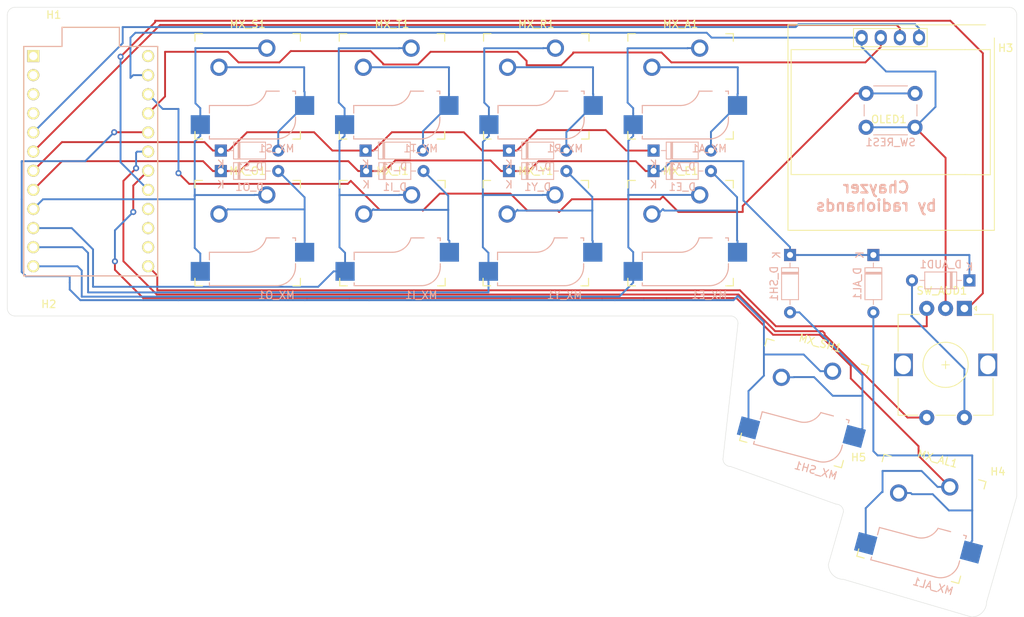
<source format=kicad_pcb>
(kicad_pcb (version 20171130) (host pcbnew "(5.1.10)-1")

  (general
    (thickness 1.6)
    (drawings 19)
    (tracks 393)
    (zones 0)
    (modules 30)
    (nets 36)
  )

  (page A4)
  (layers
    (0 F.Cu signal)
    (31 B.Cu signal)
    (32 B.Adhes user)
    (33 F.Adhes user)
    (34 B.Paste user)
    (35 F.Paste user)
    (36 B.SilkS user)
    (37 F.SilkS user)
    (38 B.Mask user hide)
    (39 F.Mask user hide)
    (40 Dwgs.User user hide)
    (41 Cmts.User user hide)
    (42 Eco1.User user hide)
    (43 Eco2.User user hide)
    (44 Edge.Cuts user)
    (45 Margin user hide)
    (46 B.CrtYd user hide)
    (47 F.CrtYd user hide)
    (48 B.Fab user hide)
    (49 F.Fab user hide)
  )

  (setup
    (last_trace_width 0.25)
    (trace_clearance 0.2)
    (zone_clearance 0.508)
    (zone_45_only no)
    (trace_min 0.2)
    (via_size 0.8)
    (via_drill 0.4)
    (via_min_size 0.4)
    (via_min_drill 0.3)
    (uvia_size 0.3)
    (uvia_drill 0.1)
    (uvias_allowed no)
    (uvia_min_size 0.2)
    (uvia_min_drill 0.1)
    (edge_width 0.05)
    (segment_width 0.2)
    (pcb_text_width 0.3)
    (pcb_text_size 1.5 1.5)
    (mod_edge_width 0.12)
    (mod_text_size 1 1)
    (mod_text_width 0.15)
    (pad_size 1.524 1.524)
    (pad_drill 0.762)
    (pad_to_mask_clearance 0.051)
    (solder_mask_min_width 0.25)
    (aux_axis_origin 0 0)
    (visible_elements 7FFFFFFF)
    (pcbplotparams
      (layerselection 0x010f0_ffffffff)
      (usegerberextensions false)
      (usegerberattributes false)
      (usegerberadvancedattributes false)
      (creategerberjobfile false)
      (excludeedgelayer true)
      (linewidth 0.100000)
      (plotframeref false)
      (viasonmask false)
      (mode 1)
      (useauxorigin false)
      (hpglpennumber 1)
      (hpglpenspeed 20)
      (hpglpendiameter 15.000000)
      (psnegative false)
      (psa4output false)
      (plotreference true)
      (plotvalue true)
      (plotinvisibletext false)
      (padsonsilk false)
      (subtractmaskfromsilk false)
      (outputformat 1)
      (mirror false)
      (drillshape 0)
      (scaleselection 1)
      (outputdirectory "gerber/"))
  )

  (net 0 "")
  (net 1 "Net-(D_A1-Pad2)")
  (net 2 "Net-(D_A1-Pad1)")
  (net 3 "Net-(D_AL1-Pad2)")
  (net 4 "Net-(D_AL1-Pad1)")
  (net 5 "Net-(D_AUD1-Pad2)")
  (net 6 "Net-(D_E1-Pad2)")
  (net 7 "Net-(D_I1-Pad2)")
  (net 8 "Net-(D_O1-Pad2)")
  (net 9 "Net-(D_R1-Pad2)")
  (net 10 "Net-(D_S1-Pad2)")
  (net 11 "Net-(D_SH1-Pad2)")
  (net 12 "Net-(D_T1-Pad2)")
  (net 13 "Net-(D_Y1-Pad2)")
  (net 14 "Net-(MX_A1-Pad1)")
  (net 15 "Net-(MX_AL1-Pad1)")
  (net 16 "Net-(MX_I1-Pad1)")
  (net 17 "Net-(MX_O1-Pad1)")
  (net 18 "Net-(MX_R1-Pad1)")
  (net 19 "Net-(MX_SH1-Pad1)")
  (net 20 "Net-(OLED1-Pad2)")
  (net 21 GND)
  (net 22 "Net-(OLED1-Pad3)")
  (net 23 "Net-(OLED1-Pad4)")
  (net 24 "Net-(SW_AUD1-PadA)")
  (net 25 "Net-(SW_AUD1-PadB)")
  (net 26 "Net-(SW_AUD1-PadS2)")
  (net 27 "Net-(SW_RES1-Pad2)")
  (net 28 +5V)
  (net 29 "Net-(U1-Pad16)")
  (net 30 "Net-(U1-Pad15)")
  (net 31 "Net-(U1-Pad14)")
  (net 32 "Net-(U1-Pad4)")
  (net 33 "Net-(U1-Pad3)")
  (net 34 "Net-(U1-Pad2)")
  (net 35 "Net-(U1-Pad1)")

  (net_class Default "This is the default net class."
    (clearance 0.2)
    (trace_width 0.25)
    (via_dia 0.8)
    (via_drill 0.4)
    (uvia_dia 0.3)
    (uvia_drill 0.1)
    (add_net +5V)
    (add_net GND)
    (add_net "Net-(D_A1-Pad1)")
    (add_net "Net-(D_A1-Pad2)")
    (add_net "Net-(D_AL1-Pad1)")
    (add_net "Net-(D_AL1-Pad2)")
    (add_net "Net-(D_AUD1-Pad2)")
    (add_net "Net-(D_E1-Pad2)")
    (add_net "Net-(D_I1-Pad2)")
    (add_net "Net-(D_O1-Pad2)")
    (add_net "Net-(D_R1-Pad2)")
    (add_net "Net-(D_S1-Pad2)")
    (add_net "Net-(D_SH1-Pad2)")
    (add_net "Net-(D_T1-Pad2)")
    (add_net "Net-(D_Y1-Pad2)")
    (add_net "Net-(MX_A1-Pad1)")
    (add_net "Net-(MX_AL1-Pad1)")
    (add_net "Net-(MX_I1-Pad1)")
    (add_net "Net-(MX_O1-Pad1)")
    (add_net "Net-(MX_R1-Pad1)")
    (add_net "Net-(MX_SH1-Pad1)")
    (add_net "Net-(OLED1-Pad2)")
    (add_net "Net-(OLED1-Pad3)")
    (add_net "Net-(OLED1-Pad4)")
    (add_net "Net-(SW_AUD1-PadA)")
    (add_net "Net-(SW_AUD1-PadB)")
    (add_net "Net-(SW_AUD1-PadS2)")
    (add_net "Net-(SW_RES1-Pad2)")
    (add_net "Net-(U1-Pad1)")
    (add_net "Net-(U1-Pad14)")
    (add_net "Net-(U1-Pad15)")
    (add_net "Net-(U1-Pad16)")
    (add_net "Net-(U1-Pad2)")
    (add_net "Net-(U1-Pad3)")
    (add_net "Net-(U1-Pad4)")
  )

  (module MountingHole:MountingHole_3.2mm_M3 (layer F.Cu) (tedit 56D1B4CB) (tstamp 60E65EE2)
    (at 85.5 105)
    (descr "Mounting Hole 3.2mm, no annular, M3")
    (tags "mounting hole 3.2mm no annular m3")
    (path /60E03EBD)
    (attr virtual)
    (fp_text reference H2 (at 3 0.9375) (layer F.SilkS)
      (effects (font (size 1 1) (thickness 0.15)))
    )
    (fp_text value MountingHole (at 0 4.2) (layer F.Fab)
      (effects (font (size 1 1) (thickness 0.15)))
    )
    (fp_circle (center 0 0) (end 3.45 0) (layer F.CrtYd) (width 0.05))
    (fp_circle (center 0 0) (end 3.2 0) (layer Cmts.User) (width 0.15))
    (fp_text user %R (at 0.3 0) (layer F.Fab)
      (effects (font (size 1 1) (thickness 0.15)))
    )
    (pad 1 np_thru_hole circle (at 0 0) (size 3.2 3.2) (drill 3.2) (layers *.Cu *.Mask))
  )

  (module MountingHole:MountingHole_3.2mm_M3 (layer F.Cu) (tedit 56D1B4CB) (tstamp 60DFB0B4)
    (at 196 130.5)
    (descr "Mounting Hole 3.2mm, no annular, M3")
    (tags "mounting hole 3.2mm no annular m3")
    (path /60E05422)
    (attr virtual)
    (fp_text reference H5 (at 0 -4.2) (layer F.SilkS)
      (effects (font (size 1 1) (thickness 0.15)))
    )
    (fp_text value MountingHole (at 0 4.2) (layer F.Fab)
      (effects (font (size 1 1) (thickness 0.15)))
    )
    (fp_circle (center 0 0) (end 3.45 0) (layer F.CrtYd) (width 0.05))
    (fp_circle (center 0 0) (end 3.2 0) (layer Cmts.User) (width 0.15))
    (fp_text user %R (at 0.3 0) (layer F.Fab)
      (effects (font (size 1 1) (thickness 0.15)))
    )
    (pad 1 np_thru_hole circle (at 0 0) (size 3.2 3.2) (drill 3.2) (layers *.Cu *.Mask))
  )

  (module MountingHole:MountingHole_3.2mm_M3 (layer F.Cu) (tedit 56D1B4CB) (tstamp 60DFB0AC)
    (at 214.5 131)
    (descr "Mounting Hole 3.2mm, no annular, M3")
    (tags "mounting hole 3.2mm no annular m3")
    (path /60E04F99)
    (attr virtual)
    (fp_text reference H4 (at 0 -2.8125) (layer F.SilkS)
      (effects (font (size 1 1) (thickness 0.15)))
    )
    (fp_text value MountingHole (at 0 4.2) (layer F.Fab)
      (effects (font (size 1 1) (thickness 0.15)))
    )
    (fp_circle (center 0 0) (end 3.45 0) (layer F.CrtYd) (width 0.05))
    (fp_circle (center 0 0) (end 3.2 0) (layer Cmts.User) (width 0.15))
    (fp_text user %R (at 0.3 0) (layer F.Fab)
      (effects (font (size 1 1) (thickness 0.15)))
    )
    (pad 1 np_thru_hole circle (at 0 0) (size 3.2 3.2) (drill 3.2) (layers *.Cu *.Mask))
  )

  (module MountingHole:MountingHole_3.2mm_M3 (layer F.Cu) (tedit 56D1B4CB) (tstamp 60DFB0A4)
    (at 214.5 69)
    (descr "Mounting Hole 3.2mm, no annular, M3")
    (tags "mounting hole 3.2mm no annular m3")
    (path /60E04601)
    (attr virtual)
    (fp_text reference H3 (at 1.03125 2.90625) (layer F.SilkS)
      (effects (font (size 1 1) (thickness 0.15)))
    )
    (fp_text value MountingHole (at 0 4.2) (layer F.Fab)
      (effects (font (size 1 1) (thickness 0.15)))
    )
    (fp_circle (center 0 0) (end 3.45 0) (layer F.CrtYd) (width 0.05))
    (fp_circle (center 0 0) (end 3.2 0) (layer Cmts.User) (width 0.15))
    (fp_text user %R (at 0.3 0) (layer F.Fab)
      (effects (font (size 1 1) (thickness 0.15)))
    )
    (pad 1 np_thru_hole circle (at 0 0) (size 3.2 3.2) (drill 3.2) (layers *.Cu *.Mask))
  )

  (module MountingHole:MountingHole_3.2mm_M3 (layer F.Cu) (tedit 56D1B4CB) (tstamp 60DFB094)
    (at 85.5 69)
    (descr "Mounting Hole 3.2mm, no annular, M3")
    (tags "mounting hole 3.2mm no annular m3")
    (path /60E038D0)
    (attr virtual)
    (fp_text reference H1 (at 3.65625 -1.5) (layer F.SilkS)
      (effects (font (size 1 1) (thickness 0.15)))
    )
    (fp_text value MountingHole (at 0 4.2) (layer F.Fab)
      (effects (font (size 1 1) (thickness 0.15)))
    )
    (fp_circle (center 0 0) (end 3.45 0) (layer F.CrtYd) (width 0.05))
    (fp_circle (center 0 0) (end 3.2 0) (layer Cmts.User) (width 0.15))
    (fp_text user %R (at 0.3 0) (layer F.Fab)
      (effects (font (size 1 1) (thickness 0.15)))
    )
    (pad 1 np_thru_hole circle (at 0 0) (size 3.2 3.2) (drill 3.2) (layers *.Cu *.Mask))
  )

  (module promicro:ProMicro (layer F.Cu) (tedit 5A06A962) (tstamp 60DEAAFE)
    (at 94.0675 86.9375 270)
    (descr "Pro Micro footprint")
    (tags "promicro ProMicro")
    (path /60D57CF4)
    (fp_text reference U1 (at 0 -10.16 90) (layer F.SilkS) hide
      (effects (font (size 1 1) (thickness 0.15)))
    )
    (fp_text value ProMicro (at 0 10.16 90) (layer F.Fab)
      (effects (font (size 1 1) (thickness 0.15)))
    )
    (fp_line (start 15.24 -8.89) (end 15.24 8.89) (layer F.SilkS) (width 0.15))
    (fp_line (start -15.24 -8.89) (end 15.24 -8.89) (layer F.SilkS) (width 0.15))
    (fp_line (start -15.24 -3.81) (end -15.24 -8.89) (layer F.SilkS) (width 0.15))
    (fp_line (start -17.78 -3.81) (end -15.24 -3.81) (layer F.SilkS) (width 0.15))
    (fp_line (start -17.78 3.81) (end -17.78 -3.81) (layer F.SilkS) (width 0.15))
    (fp_line (start -15.24 3.81) (end -17.78 3.81) (layer F.SilkS) (width 0.15))
    (fp_line (start -15.24 8.89) (end -15.24 3.81) (layer F.SilkS) (width 0.15))
    (fp_line (start -15.24 8.89) (end 15.24 8.89) (layer F.SilkS) (width 0.15))
    (fp_line (start -15.24 -8.89) (end 15.24 -8.89) (layer B.SilkS) (width 0.15))
    (fp_line (start -15.24 -3.81) (end -15.24 -8.89) (layer B.SilkS) (width 0.15))
    (fp_line (start -17.78 -3.81) (end -15.24 -3.81) (layer B.SilkS) (width 0.15))
    (fp_line (start -17.78 3.81) (end -17.78 -3.81) (layer B.SilkS) (width 0.15))
    (fp_line (start -15.24 3.81) (end -17.78 3.81) (layer B.SilkS) (width 0.15))
    (fp_line (start -15.24 8.89) (end -15.24 3.81) (layer B.SilkS) (width 0.15))
    (fp_line (start 15.24 8.89) (end -15.24 8.89) (layer B.SilkS) (width 0.15))
    (fp_line (start 15.24 -8.89) (end 15.24 8.89) (layer B.SilkS) (width 0.15))
    (pad 24 thru_hole circle (at -13.97 -7.62 270) (size 1.6 1.6) (drill 1.1) (layers *.Cu *.Mask F.SilkS)
      (net 28 +5V))
    (pad 23 thru_hole circle (at -11.43 -7.62 270) (size 1.6 1.6) (drill 1.1) (layers *.Cu *.Mask F.SilkS)
      (net 21 GND))
    (pad 22 thru_hole circle (at -8.89 -7.62 270) (size 1.6 1.6) (drill 1.1) (layers *.Cu *.Mask F.SilkS)
      (net 27 "Net-(SW_RES1-Pad2)"))
    (pad 21 thru_hole circle (at -6.35 -7.62 270) (size 1.6 1.6) (drill 1.1) (layers *.Cu *.Mask F.SilkS)
      (net 20 "Net-(OLED1-Pad2)"))
    (pad 20 thru_hole circle (at -3.81 -7.62 270) (size 1.6 1.6) (drill 1.1) (layers *.Cu *.Mask F.SilkS)
      (net 19 "Net-(MX_SH1-Pad1)"))
    (pad 19 thru_hole circle (at -1.27 -7.62 270) (size 1.6 1.6) (drill 1.1) (layers *.Cu *.Mask F.SilkS)
      (net 26 "Net-(SW_AUD1-PadS2)"))
    (pad 18 thru_hole circle (at 1.27 -7.62 270) (size 1.6 1.6) (drill 1.1) (layers *.Cu *.Mask F.SilkS)
      (net 15 "Net-(MX_AL1-Pad1)"))
    (pad 17 thru_hole circle (at 3.81 -7.62 270) (size 1.6 1.6) (drill 1.1) (layers *.Cu *.Mask F.SilkS)
      (net 24 "Net-(SW_AUD1-PadA)"))
    (pad 16 thru_hole circle (at 6.35 -7.62 270) (size 1.6 1.6) (drill 1.1) (layers *.Cu *.Mask F.SilkS)
      (net 29 "Net-(U1-Pad16)"))
    (pad 15 thru_hole circle (at 8.89 -7.62 270) (size 1.6 1.6) (drill 1.1) (layers *.Cu *.Mask F.SilkS)
      (net 30 "Net-(U1-Pad15)"))
    (pad 14 thru_hole circle (at 11.43 -7.62 270) (size 1.6 1.6) (drill 1.1) (layers *.Cu *.Mask F.SilkS)
      (net 31 "Net-(U1-Pad14)"))
    (pad 13 thru_hole circle (at 13.97 -7.62 270) (size 1.6 1.6) (drill 1.1) (layers *.Cu *.Mask F.SilkS)
      (net 25 "Net-(SW_AUD1-PadB)"))
    (pad 12 thru_hole circle (at 13.97 7.62 270) (size 1.6 1.6) (drill 1.1) (layers *.Cu *.Mask F.SilkS)
      (net 14 "Net-(MX_A1-Pad1)"))
    (pad 11 thru_hole circle (at 11.43 7.62 270) (size 1.6 1.6) (drill 1.1) (layers *.Cu *.Mask F.SilkS)
      (net 18 "Net-(MX_R1-Pad1)"))
    (pad 10 thru_hole circle (at 8.89 7.62 270) (size 1.6 1.6) (drill 1.1) (layers *.Cu *.Mask F.SilkS)
      (net 16 "Net-(MX_I1-Pad1)"))
    (pad 9 thru_hole circle (at 6.35 7.62 270) (size 1.6 1.6) (drill 1.1) (layers *.Cu *.Mask F.SilkS)
      (net 17 "Net-(MX_O1-Pad1)"))
    (pad 8 thru_hole circle (at 3.81 7.62 270) (size 1.6 1.6) (drill 1.1) (layers *.Cu *.Mask F.SilkS)
      (net 4 "Net-(D_AL1-Pad1)"))
    (pad 7 thru_hole circle (at 1.27 7.62 270) (size 1.6 1.6) (drill 1.1) (layers *.Cu *.Mask F.SilkS)
      (net 2 "Net-(D_A1-Pad1)"))
    (pad 6 thru_hole circle (at -1.27 7.62 270) (size 1.6 1.6) (drill 1.1) (layers *.Cu *.Mask F.SilkS)
      (net 22 "Net-(OLED1-Pad3)"))
    (pad 5 thru_hole circle (at -3.81 7.62 270) (size 1.6 1.6) (drill 1.1) (layers *.Cu *.Mask F.SilkS)
      (net 23 "Net-(OLED1-Pad4)"))
    (pad 4 thru_hole circle (at -6.35 7.62 270) (size 1.6 1.6) (drill 1.1) (layers *.Cu *.Mask F.SilkS)
      (net 32 "Net-(U1-Pad4)"))
    (pad 3 thru_hole circle (at -8.89 7.62 270) (size 1.6 1.6) (drill 1.1) (layers *.Cu *.Mask F.SilkS)
      (net 33 "Net-(U1-Pad3)"))
    (pad 2 thru_hole circle (at -11.43 7.62 270) (size 1.6 1.6) (drill 1.1) (layers *.Cu *.Mask F.SilkS)
      (net 34 "Net-(U1-Pad2)"))
    (pad 1 thru_hole rect (at -13.97 7.62 270) (size 1.6 1.6) (drill 1.1) (layers *.Cu *.Mask F.SilkS)
      (net 35 "Net-(U1-Pad1)"))
  )

  (module keyswitches:Kailh_socket_MX_optional (layer F.Cu) (tedit 5DD4FC22) (tstamp 60DEA8B5)
    (at 204.34375 134.46875 345)
    (descr "MX-style keyswitch with support for optional Kailh socket")
    (tags MX,cherry,gateron,kailh,pg1511,socket)
    (path /60D6E929)
    (fp_text reference MX_AL1 (at 0 -8.255 165) (layer F.SilkS)
      (effects (font (size 1 1) (thickness 0.15)))
    )
    (fp_text value MX-NoLED (at 0 8.255 165) (layer F.Fab)
      (effects (font (size 1 1) (thickness 0.15)))
    )
    (fp_line (start -7.62 6.35) (end -5.08 6.35) (layer B.Fab) (width 0.12))
    (fp_line (start -7.62 3.81) (end -7.62 6.35) (layer B.Fab) (width 0.12))
    (fp_line (start -5.08 3.81) (end -7.62 3.81) (layer B.Fab) (width 0.12))
    (fp_line (start 8.89 1.27) (end 6.35 1.27) (layer B.Fab) (width 0.12))
    (fp_line (start 8.89 3.81) (end 8.89 1.27) (layer B.Fab) (width 0.12))
    (fp_line (start 6.35 3.81) (end 8.89 3.81) (layer B.Fab) (width 0.12))
    (fp_line (start -5.08 6.985) (end 3.81 6.985) (layer B.Fab) (width 0.12))
    (fp_line (start -5.08 2.54) (end -5.08 6.985) (layer B.Fab) (width 0.12))
    (fp_line (start 0 2.54) (end -5.08 2.54) (layer B.Fab) (width 0.12))
    (fp_line (start 6.35 0.635) (end 2.54 0.635) (layer B.Fab) (width 0.12))
    (fp_line (start 6.35 4.445) (end 6.35 0.635) (layer B.Fab) (width 0.12))
    (fp_line (start -5.08 6.985) (end 3.81 6.985) (layer B.SilkS) (width 0.15))
    (fp_line (start -5.08 6.604) (end -5.08 6.985) (layer B.SilkS) (width 0.15))
    (fp_line (start -5.08 2.54) (end -5.08 3.556) (layer B.SilkS) (width 0.15))
    (fp_line (start 0 2.54) (end -5.08 2.54) (layer B.SilkS) (width 0.15))
    (fp_line (start 4.191 0.635) (end 2.54 0.635) (layer B.SilkS) (width 0.15))
    (fp_line (start 6.35 0.635) (end 5.969 0.635) (layer B.SilkS) (width 0.15))
    (fp_line (start 6.35 1.016) (end 6.35 0.635) (layer B.SilkS) (width 0.15))
    (fp_line (start 6.35 4.445) (end 6.35 4.064) (layer B.SilkS) (width 0.15))
    (fp_line (start -7.5 7.5) (end -7.5 -7.5) (layer F.Fab) (width 0.15))
    (fp_line (start 7.5 7.5) (end -7.5 7.5) (layer F.Fab) (width 0.15))
    (fp_line (start 7.5 -7.5) (end 7.5 7.5) (layer F.Fab) (width 0.15))
    (fp_line (start -7.5 -7.5) (end 7.5 -7.5) (layer F.Fab) (width 0.15))
    (fp_line (start -6.9 6.9) (end -6.9 -6.9) (layer Eco2.User) (width 0.15))
    (fp_line (start 6.9 -6.9) (end 6.9 6.9) (layer Eco2.User) (width 0.15))
    (fp_line (start 6.9 -6.9) (end -6.9 -6.9) (layer Eco2.User) (width 0.15))
    (fp_line (start -6.9 6.9) (end 6.9 6.9) (layer Eco2.User) (width 0.15))
    (fp_line (start 7 -7) (end 7 -6) (layer F.SilkS) (width 0.15))
    (fp_line (start 6 7) (end 7 7) (layer F.SilkS) (width 0.15))
    (fp_line (start 7 -7) (end 6 -7) (layer F.SilkS) (width 0.15))
    (fp_line (start 7 6) (end 7 7) (layer F.SilkS) (width 0.15))
    (fp_line (start -7 7) (end -7 6) (layer F.SilkS) (width 0.15))
    (fp_line (start -6 -7) (end -7 -7) (layer F.SilkS) (width 0.15))
    (fp_line (start -7 7) (end -6 7) (layer F.SilkS) (width 0.15))
    (fp_line (start -7 -6) (end -7 -7) (layer F.SilkS) (width 0.15))
    (fp_text user %V (at 0 8.255 165) (layer B.Fab)
      (effects (font (size 1 1) (thickness 0.15)) (justify mirror))
    )
    (fp_arc (start 0 0) (end 0 2.54) (angle -75.96375653) (layer B.Fab) (width 0.12))
    (fp_arc (start 3.81 4.445) (end 3.81 6.985) (angle -90) (layer B.Fab) (width 0.12))
    (fp_text user %R (at 1.905 5.08 165) (layer B.Fab)
      (effects (font (size 1 1) (thickness 0.15)) (justify mirror))
    )
    (fp_text user %R (at 3.81 8.255 165) (layer B.SilkS)
      (effects (font (size 1 1) (thickness 0.15)) (justify mirror))
    )
    (fp_text user %R (at 0 0 165) (layer F.Fab)
      (effects (font (size 1 1) (thickness 0.15)))
    )
    (fp_arc (start 0 0) (end 0 2.54) (angle -75.96375653) (layer B.SilkS) (width 0.15))
    (fp_arc (start 3.81 4.445) (end 3.81 6.985) (angle -90) (layer B.SilkS) (width 0.15))
    (pad 2 smd rect (at 7.56 2.54 345) (size 2.55 2.5) (layers B.Cu B.Paste B.Mask)
      (net 3 "Net-(D_AL1-Pad2)"))
    (pad "" np_thru_hole circle (at -5.08 0 345) (size 1.7018 1.7018) (drill 1.7018) (layers *.Cu *.Mask))
    (pad "" np_thru_hole circle (at 5.08 0 345) (size 1.7018 1.7018) (drill 1.7018) (layers *.Cu *.Mask))
    (pad 2 thru_hole circle (at -3.81 -2.54 345) (size 2.286 2.286) (drill 1.4986) (layers *.Cu *.Mask)
      (net 3 "Net-(D_AL1-Pad2)"))
    (pad "" np_thru_hole circle (at 0 0 345) (size 3.9878 3.9878) (drill 3.9878) (layers *.Cu *.Mask))
    (pad 1 thru_hole circle (at 2.54 -5.08 345) (size 2.286 2.286) (drill 1.4986) (layers *.Cu *.Mask)
      (net 15 "Net-(MX_AL1-Pad1)"))
    (pad "" np_thru_hole circle (at 3.81 2.54 345) (size 3 3) (drill 3) (layers *.Cu *.Mask))
    (pad "" np_thru_hole circle (at -2.54 5.08 345) (size 3 3) (drill 3) (layers *.Cu *.Mask))
    (pad 1 smd rect (at -6.29 5.08 345) (size 2.55 2.5) (layers B.Cu B.Paste B.Mask)
      (net 15 "Net-(MX_AL1-Pad1)"))
  )

  (module Button_Switch_THT:SW_PUSH_6mm_H4.3mm (layer B.Cu) (tedit 5A02FE31) (tstamp 60DEAAD2)
    (at 197 82.4375)
    (descr "tactile push button, 6x6mm e.g. PHAP33xx series, height=4.3mm")
    (tags "tact sw push 6mm")
    (path /60DA0F49)
    (fp_text reference SW_RES1 (at 3.25 2) (layer B.SilkS)
      (effects (font (size 1 1) (thickness 0.15)) (justify mirror))
    )
    (fp_text value SW_Push (at 3.75 -6.7) (layer B.Fab)
      (effects (font (size 1 1) (thickness 0.15)) (justify mirror))
    )
    (fp_circle (center 3.25 -2.25) (end 1.25 -2.5) (layer B.Fab) (width 0.1))
    (fp_line (start 6.75 -3) (end 6.75 -1.5) (layer B.SilkS) (width 0.12))
    (fp_line (start 5.5 1) (end 1 1) (layer B.SilkS) (width 0.12))
    (fp_line (start -0.25 -1.5) (end -0.25 -3) (layer B.SilkS) (width 0.12))
    (fp_line (start 1 -5.5) (end 5.5 -5.5) (layer B.SilkS) (width 0.12))
    (fp_line (start 8 1.25) (end 8 -5.75) (layer B.CrtYd) (width 0.05))
    (fp_line (start 7.75 -6) (end -1.25 -6) (layer B.CrtYd) (width 0.05))
    (fp_line (start -1.5 -5.75) (end -1.5 1.25) (layer B.CrtYd) (width 0.05))
    (fp_line (start -1.25 1.5) (end 7.75 1.5) (layer B.CrtYd) (width 0.05))
    (fp_line (start -1.5 -6) (end -1.25 -6) (layer B.CrtYd) (width 0.05))
    (fp_line (start -1.5 -5.75) (end -1.5 -6) (layer B.CrtYd) (width 0.05))
    (fp_line (start -1.5 1.5) (end -1.25 1.5) (layer B.CrtYd) (width 0.05))
    (fp_line (start -1.5 1.25) (end -1.5 1.5) (layer B.CrtYd) (width 0.05))
    (fp_line (start 8 1.5) (end 8 1.25) (layer B.CrtYd) (width 0.05))
    (fp_line (start 7.75 1.5) (end 8 1.5) (layer B.CrtYd) (width 0.05))
    (fp_line (start 8 -6) (end 8 -5.75) (layer B.CrtYd) (width 0.05))
    (fp_line (start 7.75 -6) (end 8 -6) (layer B.CrtYd) (width 0.05))
    (fp_line (start 0.25 0.75) (end 3.25 0.75) (layer B.Fab) (width 0.1))
    (fp_line (start 0.25 -5.25) (end 0.25 0.75) (layer B.Fab) (width 0.1))
    (fp_line (start 6.25 -5.25) (end 0.25 -5.25) (layer B.Fab) (width 0.1))
    (fp_line (start 6.25 0.75) (end 6.25 -5.25) (layer B.Fab) (width 0.1))
    (fp_line (start 3.25 0.75) (end 6.25 0.75) (layer B.Fab) (width 0.1))
    (fp_text user %R (at 3.25 -2.25) (layer B.Fab)
      (effects (font (size 1 1) (thickness 0.15)) (justify mirror))
    )
    (pad 1 thru_hole circle (at 6.5 0 270) (size 2 2) (drill 1.1) (layers *.Cu *.Mask)
      (net 21 GND))
    (pad 2 thru_hole circle (at 6.5 -4.5 270) (size 2 2) (drill 1.1) (layers *.Cu *.Mask)
      (net 27 "Net-(SW_RES1-Pad2)"))
    (pad 1 thru_hole circle (at 0 0 270) (size 2 2) (drill 1.1) (layers *.Cu *.Mask)
      (net 21 GND))
    (pad 2 thru_hole circle (at 0 -4.5 270) (size 2 2) (drill 1.1) (layers *.Cu *.Mask)
      (net 27 "Net-(SW_RES1-Pad2)"))
    (model ${KISYS3DMOD}/Button_Switch_THT.3dshapes/SW_PUSH_6mm_H4.3mm.wrl
      (at (xyz 0 0 0))
      (scale (xyz 1 1 1))
      (rotate (xyz 0 0 0))
    )
  )

  (module Rotary_Encoder:RotaryEncoder_Alps_EC12E-Switch_Vertical_H20mm (layer F.Cu) (tedit 5A64F492) (tstamp 60DE5B26)
    (at 210.05625 106.5 270)
    (descr "Alps rotary encoder, EC12E... with switch, vertical shaft, http://www.alps.com/prod/info/E/HTML/Encoder/Incremental/EC12E/EC12E1240405.html & http://cdn-reichelt.de/documents/datenblatt/F100/402097STEC12E08.PDF")
    (tags "rotary encoder")
    (path /60D63F54)
    (fp_text reference SW_AUD1 (at -2.34375 2.99375 180) (layer F.SilkS)
      (effects (font (size 1 1) (thickness 0.15)))
    )
    (fp_text value Rotary_Encoder_Switch (at 7.5 10.4 90) (layer F.Fab)
      (effects (font (size 1 1) (thickness 0.15)))
    )
    (fp_circle (center 7.5 2.5) (end 10.5 2.5) (layer F.Fab) (width 0.12))
    (fp_circle (center 7.5 2.5) (end 10.5 2.5) (layer F.SilkS) (width 0.12))
    (fp_line (start 16 9.85) (end -1.5 9.85) (layer F.CrtYd) (width 0.05))
    (fp_line (start 16 9.85) (end 16 -4.85) (layer F.CrtYd) (width 0.05))
    (fp_line (start -1.5 -4.85) (end -1.5 9.85) (layer F.CrtYd) (width 0.05))
    (fp_line (start -1.5 -4.85) (end 16 -4.85) (layer F.CrtYd) (width 0.05))
    (fp_line (start 1.9 -3.7) (end 14.1 -3.7) (layer F.Fab) (width 0.12))
    (fp_line (start 14.1 -3.7) (end 14.1 8.7) (layer F.Fab) (width 0.12))
    (fp_line (start 14.1 8.7) (end 0.9 8.7) (layer F.Fab) (width 0.12))
    (fp_line (start 0.9 8.7) (end 0.9 -2.6) (layer F.Fab) (width 0.12))
    (fp_line (start 0.9 -2.6) (end 1.9 -3.7) (layer F.Fab) (width 0.12))
    (fp_line (start 9.3 -3.8) (end 14.2 -3.8) (layer F.SilkS) (width 0.12))
    (fp_line (start 14.2 8.8) (end 9.3 8.8) (layer F.SilkS) (width 0.12))
    (fp_line (start 5.7 8.8) (end 0.8 8.8) (layer F.SilkS) (width 0.12))
    (fp_line (start 0.8 8.8) (end 0.8 6) (layer F.SilkS) (width 0.12))
    (fp_line (start 5.6 -3.8) (end 0.8 -3.8) (layer F.SilkS) (width 0.12))
    (fp_line (start 0.8 -3.8) (end 0.8 -1.3) (layer F.SilkS) (width 0.12))
    (fp_line (start 0 -1.3) (end -0.3 -1.6) (layer F.SilkS) (width 0.12))
    (fp_line (start -0.3 -1.6) (end 0.3 -1.6) (layer F.SilkS) (width 0.12))
    (fp_line (start 0.3 -1.6) (end 0 -1.3) (layer F.SilkS) (width 0.12))
    (fp_line (start 7.5 -0.5) (end 7.5 5.5) (layer F.Fab) (width 0.12))
    (fp_line (start 4.5 2.5) (end 10.5 2.5) (layer F.Fab) (width 0.12))
    (fp_line (start 14.2 -3.8) (end 14.2 -1.2) (layer F.SilkS) (width 0.12))
    (fp_line (start 14.2 1.2) (end 14.2 3.8) (layer F.SilkS) (width 0.12))
    (fp_line (start 14.2 6.2) (end 14.2 8.8) (layer F.SilkS) (width 0.12))
    (fp_line (start 7.5 2) (end 7.5 3) (layer F.SilkS) (width 0.12))
    (fp_line (start 7 2.5) (end 8 2.5) (layer F.SilkS) (width 0.12))
    (fp_text user %R (at 11.5 6.6 90) (layer F.Fab)
      (effects (font (size 1 1) (thickness 0.15)))
    )
    (pad A thru_hole rect (at 0 0 270) (size 2 2) (drill 1) (layers *.Cu *.Mask)
      (net 24 "Net-(SW_AUD1-PadA)"))
    (pad C thru_hole circle (at 0 2.5 270) (size 2 2) (drill 1) (layers *.Cu *.Mask)
      (net 21 GND))
    (pad B thru_hole circle (at 0 5 270) (size 2 2) (drill 1) (layers *.Cu *.Mask)
      (net 25 "Net-(SW_AUD1-PadB)"))
    (pad MP thru_hole rect (at 7.5 -3.1 270) (size 3 2.5) (drill oval 2.5 2) (layers *.Cu *.Mask))
    (pad MP thru_hole rect (at 7.5 8.1 270) (size 3 2.5) (drill oval 2.5 2) (layers *.Cu *.Mask))
    (pad S1 thru_hole circle (at 14.5 0 270) (size 2 2) (drill 1) (layers *.Cu *.Mask)
      (net 5 "Net-(D_AUD1-Pad2)"))
    (pad S2 thru_hole circle (at 14.5 5 270) (size 2 2) (drill 1) (layers *.Cu *.Mask)
      (net 26 "Net-(SW_AUD1-PadS2)"))
    (model ${KISYS3DMOD}/Rotary_Encoder.3dshapes/RotaryEncoder_Alps_EC12E-Switch_Vertical_H20mm.wrl
      (at (xyz 0 0 0))
      (scale (xyz 1 1 1))
      (rotate (xyz 0 0 0))
    )
  )

  (module SSD1306:128x64OLED (layer F.Cu) (tedit 5CF23EAC) (tstamp 60DEAA8C)
    (at 200.03125 81.125)
    (path /60D79405)
    (fp_text reference OLED1 (at 0 0.254) (layer F.SilkS)
      (effects (font (size 1 1) (thickness 0.15)))
    )
    (fp_text value SSD1306 (at -7.747 -7.62) (layer F.Fab)
      (effects (font (size 1 1) (thickness 0.15)))
    )
    (fp_line (start -13.4 -12.3) (end 14 -12.3) (layer F.SilkS) (width 0.12))
    (fp_line (start 14 -12.3) (end 14 15) (layer F.SilkS) (width 0.12))
    (fp_line (start 14 15) (end -13.4 15) (layer F.SilkS) (width 0.12))
    (fp_line (start -13.4 15) (end -13.4 -12.3) (layer F.SilkS) (width 0.12))
    (fp_line (start 10.122 7.595) (end -12.978 7.595) (layer F.SilkS) (width 0.12))
    (fp_line (start -12.978 7.595) (end -12.978 -9.005) (layer F.SilkS) (width 0.12))
    (fp_line (start -12.978 -9.005) (end 10.122 -9.005) (layer F.SilkS) (width 0.12))
    (fp_line (start -4.699 -11.811) (end 5.08 -11.811) (layer F.SilkS) (width 0.12))
    (fp_line (start 5.08 -11.811) (end 5.08 -9.398) (layer F.SilkS) (width 0.12))
    (fp_line (start 5.08 -9.398) (end -4.699 -9.398) (layer F.SilkS) (width 0.12))
    (fp_line (start -4.699 -11.811) (end -4.699 -9.398) (layer F.SilkS) (width 0.12))
    (fp_line (start 10.122 -9.005) (end 13.208 -9.005) (layer F.SilkS) (width 0.12))
    (fp_line (start 10.122 7.595) (end 13.462 7.62) (layer F.SilkS) (width 0.12))
    (fp_line (start 13.462 7.62) (end 13.462 -9.017) (layer F.SilkS) (width 0.12))
    (fp_line (start 13.462 -9.017) (end 13.208 -9.005) (layer F.SilkS) (width 0.12))
    (pad 2 thru_hole oval (at -1.08 -10.6 90) (size 2 1.6) (drill 1) (layers *.Cu *.Mask)
      (net 20 "Net-(OLED1-Pad2)"))
    (pad 1 thru_hole oval (at -3.62 -10.6 90) (size 2 1.6) (drill 1) (layers *.Cu *.Mask)
      (net 21 GND))
    (pad 3 thru_hole oval (at 1.46 -10.6 90) (size 2 1.6) (drill 1) (layers *.Cu *.Mask)
      (net 22 "Net-(OLED1-Pad3)"))
    (pad 4 thru_hole oval (at 4 -10.6 90) (size 2 1.6) (drill 1) (layers *.Cu *.Mask)
      (net 23 "Net-(OLED1-Pad4)"))
  )

  (module keyswitches:Kailh_socket_MX_optional (layer F.Cu) (tedit 5DD4FC22) (tstamp 60DEB0AF)
    (at 153.15625 96.5)
    (descr "MX-style keyswitch with support for optional Kailh socket")
    (tags MX,cherry,gateron,kailh,pg1511,socket)
    (path /60D6856D)
    (fp_text reference MX_Y1 (at 0 -8.255) (layer F.SilkS)
      (effects (font (size 1 1) (thickness 0.15)))
    )
    (fp_text value MX-NoLED (at 0 8.255) (layer F.Fab)
      (effects (font (size 1 1) (thickness 0.15)))
    )
    (fp_line (start -7.62 6.35) (end -5.08 6.35) (layer B.Fab) (width 0.12))
    (fp_line (start -7.62 3.81) (end -7.62 6.35) (layer B.Fab) (width 0.12))
    (fp_line (start -5.08 3.81) (end -7.62 3.81) (layer B.Fab) (width 0.12))
    (fp_line (start 8.89 1.27) (end 6.35 1.27) (layer B.Fab) (width 0.12))
    (fp_line (start 8.89 3.81) (end 8.89 1.27) (layer B.Fab) (width 0.12))
    (fp_line (start 6.35 3.81) (end 8.89 3.81) (layer B.Fab) (width 0.12))
    (fp_line (start -5.08 6.985) (end 3.81 6.985) (layer B.Fab) (width 0.12))
    (fp_line (start -5.08 2.54) (end -5.08 6.985) (layer B.Fab) (width 0.12))
    (fp_line (start 0 2.54) (end -5.08 2.54) (layer B.Fab) (width 0.12))
    (fp_line (start 6.35 0.635) (end 2.54 0.635) (layer B.Fab) (width 0.12))
    (fp_line (start 6.35 4.445) (end 6.35 0.635) (layer B.Fab) (width 0.12))
    (fp_line (start -5.08 6.985) (end 3.81 6.985) (layer B.SilkS) (width 0.15))
    (fp_line (start -5.08 6.604) (end -5.08 6.985) (layer B.SilkS) (width 0.15))
    (fp_line (start -5.08 2.54) (end -5.08 3.556) (layer B.SilkS) (width 0.15))
    (fp_line (start 0 2.54) (end -5.08 2.54) (layer B.SilkS) (width 0.15))
    (fp_line (start 4.191 0.635) (end 2.54 0.635) (layer B.SilkS) (width 0.15))
    (fp_line (start 6.35 0.635) (end 5.969 0.635) (layer B.SilkS) (width 0.15))
    (fp_line (start 6.35 1.016) (end 6.35 0.635) (layer B.SilkS) (width 0.15))
    (fp_line (start 6.35 4.445) (end 6.35 4.064) (layer B.SilkS) (width 0.15))
    (fp_line (start -7.5 7.5) (end -7.5 -7.5) (layer F.Fab) (width 0.15))
    (fp_line (start 7.5 7.5) (end -7.5 7.5) (layer F.Fab) (width 0.15))
    (fp_line (start 7.5 -7.5) (end 7.5 7.5) (layer F.Fab) (width 0.15))
    (fp_line (start -7.5 -7.5) (end 7.5 -7.5) (layer F.Fab) (width 0.15))
    (fp_line (start -6.9 6.9) (end -6.9 -6.9) (layer Eco2.User) (width 0.15))
    (fp_line (start 6.9 -6.9) (end 6.9 6.9) (layer Eco2.User) (width 0.15))
    (fp_line (start 6.9 -6.9) (end -6.9 -6.9) (layer Eco2.User) (width 0.15))
    (fp_line (start -6.9 6.9) (end 6.9 6.9) (layer Eco2.User) (width 0.15))
    (fp_line (start 7 -7) (end 7 -6) (layer F.SilkS) (width 0.15))
    (fp_line (start 6 7) (end 7 7) (layer F.SilkS) (width 0.15))
    (fp_line (start 7 -7) (end 6 -7) (layer F.SilkS) (width 0.15))
    (fp_line (start 7 6) (end 7 7) (layer F.SilkS) (width 0.15))
    (fp_line (start -7 7) (end -7 6) (layer F.SilkS) (width 0.15))
    (fp_line (start -6 -7) (end -7 -7) (layer F.SilkS) (width 0.15))
    (fp_line (start -7 7) (end -6 7) (layer F.SilkS) (width 0.15))
    (fp_line (start -7 -6) (end -7 -7) (layer F.SilkS) (width 0.15))
    (fp_text user %V (at 0 8.255) (layer B.Fab)
      (effects (font (size 1 1) (thickness 0.15)) (justify mirror))
    )
    (fp_arc (start 0 0) (end 0 2.54) (angle -75.96375653) (layer B.Fab) (width 0.12))
    (fp_arc (start 3.81 4.445) (end 3.81 6.985) (angle -90) (layer B.Fab) (width 0.12))
    (fp_text user %R (at 1.905 5.08) (layer B.Fab)
      (effects (font (size 1 1) (thickness 0.15)) (justify mirror))
    )
    (fp_text user %R (at 3.81 8.255) (layer B.SilkS)
      (effects (font (size 1 1) (thickness 0.15)) (justify mirror))
    )
    (fp_text user %R (at 0 0) (layer F.Fab)
      (effects (font (size 1 1) (thickness 0.15)))
    )
    (fp_arc (start 0 0) (end 0 2.54) (angle -75.96375653) (layer B.SilkS) (width 0.15))
    (fp_arc (start 3.81 4.445) (end 3.81 6.985) (angle -90) (layer B.SilkS) (width 0.15))
    (pad 2 smd rect (at 7.56 2.54) (size 2.55 2.5) (layers B.Cu B.Paste B.Mask)
      (net 13 "Net-(D_Y1-Pad2)"))
    (pad "" np_thru_hole circle (at -5.08 0) (size 1.7018 1.7018) (drill 1.7018) (layers *.Cu *.Mask))
    (pad "" np_thru_hole circle (at 5.08 0) (size 1.7018 1.7018) (drill 1.7018) (layers *.Cu *.Mask))
    (pad 2 thru_hole circle (at -3.81 -2.54) (size 2.286 2.286) (drill 1.4986) (layers *.Cu *.Mask)
      (net 13 "Net-(D_Y1-Pad2)"))
    (pad "" np_thru_hole circle (at 0 0) (size 3.9878 3.9878) (drill 3.9878) (layers *.Cu *.Mask))
    (pad 1 thru_hole circle (at 2.54 -5.08) (size 2.286 2.286) (drill 1.4986) (layers *.Cu *.Mask)
      (net 18 "Net-(MX_R1-Pad1)"))
    (pad "" np_thru_hole circle (at 3.81 2.54) (size 3 3) (drill 3) (layers *.Cu *.Mask))
    (pad "" np_thru_hole circle (at -2.54 5.08) (size 3 3) (drill 3) (layers *.Cu *.Mask))
    (pad 1 smd rect (at -6.29 5.08) (size 2.55 2.5) (layers B.Cu B.Paste B.Mask)
      (net 18 "Net-(MX_R1-Pad1)"))
  )

  (module keyswitches:Kailh_socket_MX_optional (layer F.Cu) (tedit 5DD4FC22) (tstamp 60DEAA3D)
    (at 134.0625 77)
    (descr "MX-style keyswitch with support for optional Kailh socket")
    (tags MX,cherry,gateron,kailh,pg1511,socket)
    (path /60D66DC6)
    (fp_text reference MX_T1 (at 0 -8.255) (layer F.SilkS)
      (effects (font (size 1 1) (thickness 0.15)))
    )
    (fp_text value MX-NoLED (at 0 8.255) (layer F.Fab)
      (effects (font (size 1 1) (thickness 0.15)))
    )
    (fp_line (start -7.62 6.35) (end -5.08 6.35) (layer B.Fab) (width 0.12))
    (fp_line (start -7.62 3.81) (end -7.62 6.35) (layer B.Fab) (width 0.12))
    (fp_line (start -5.08 3.81) (end -7.62 3.81) (layer B.Fab) (width 0.12))
    (fp_line (start 8.89 1.27) (end 6.35 1.27) (layer B.Fab) (width 0.12))
    (fp_line (start 8.89 3.81) (end 8.89 1.27) (layer B.Fab) (width 0.12))
    (fp_line (start 6.35 3.81) (end 8.89 3.81) (layer B.Fab) (width 0.12))
    (fp_line (start -5.08 6.985) (end 3.81 6.985) (layer B.Fab) (width 0.12))
    (fp_line (start -5.08 2.54) (end -5.08 6.985) (layer B.Fab) (width 0.12))
    (fp_line (start 0 2.54) (end -5.08 2.54) (layer B.Fab) (width 0.12))
    (fp_line (start 6.35 0.635) (end 2.54 0.635) (layer B.Fab) (width 0.12))
    (fp_line (start 6.35 4.445) (end 6.35 0.635) (layer B.Fab) (width 0.12))
    (fp_line (start -5.08 6.985) (end 3.81 6.985) (layer B.SilkS) (width 0.15))
    (fp_line (start -5.08 6.604) (end -5.08 6.985) (layer B.SilkS) (width 0.15))
    (fp_line (start -5.08 2.54) (end -5.08 3.556) (layer B.SilkS) (width 0.15))
    (fp_line (start 0 2.54) (end -5.08 2.54) (layer B.SilkS) (width 0.15))
    (fp_line (start 4.191 0.635) (end 2.54 0.635) (layer B.SilkS) (width 0.15))
    (fp_line (start 6.35 0.635) (end 5.969 0.635) (layer B.SilkS) (width 0.15))
    (fp_line (start 6.35 1.016) (end 6.35 0.635) (layer B.SilkS) (width 0.15))
    (fp_line (start 6.35 4.445) (end 6.35 4.064) (layer B.SilkS) (width 0.15))
    (fp_line (start -7.5 7.5) (end -7.5 -7.5) (layer F.Fab) (width 0.15))
    (fp_line (start 7.5 7.5) (end -7.5 7.5) (layer F.Fab) (width 0.15))
    (fp_line (start 7.5 -7.5) (end 7.5 7.5) (layer F.Fab) (width 0.15))
    (fp_line (start -7.5 -7.5) (end 7.5 -7.5) (layer F.Fab) (width 0.15))
    (fp_line (start -6.9 6.9) (end -6.9 -6.9) (layer Eco2.User) (width 0.15))
    (fp_line (start 6.9 -6.9) (end 6.9 6.9) (layer Eco2.User) (width 0.15))
    (fp_line (start 6.9 -6.9) (end -6.9 -6.9) (layer Eco2.User) (width 0.15))
    (fp_line (start -6.9 6.9) (end 6.9 6.9) (layer Eco2.User) (width 0.15))
    (fp_line (start 7 -7) (end 7 -6) (layer F.SilkS) (width 0.15))
    (fp_line (start 6 7) (end 7 7) (layer F.SilkS) (width 0.15))
    (fp_line (start 7 -7) (end 6 -7) (layer F.SilkS) (width 0.15))
    (fp_line (start 7 6) (end 7 7) (layer F.SilkS) (width 0.15))
    (fp_line (start -7 7) (end -7 6) (layer F.SilkS) (width 0.15))
    (fp_line (start -6 -7) (end -7 -7) (layer F.SilkS) (width 0.15))
    (fp_line (start -7 7) (end -6 7) (layer F.SilkS) (width 0.15))
    (fp_line (start -7 -6) (end -7 -7) (layer F.SilkS) (width 0.15))
    (fp_text user %V (at 0 8.255) (layer B.Fab)
      (effects (font (size 1 1) (thickness 0.15)) (justify mirror))
    )
    (fp_arc (start 0 0) (end 0 2.54) (angle -75.96375653) (layer B.Fab) (width 0.12))
    (fp_arc (start 3.81 4.445) (end 3.81 6.985) (angle -90) (layer B.Fab) (width 0.12))
    (fp_text user %R (at 1.905 5.08) (layer B.Fab)
      (effects (font (size 1 1) (thickness 0.15)) (justify mirror))
    )
    (fp_text user %R (at 3.81 8.255) (layer B.SilkS)
      (effects (font (size 1 1) (thickness 0.15)) (justify mirror))
    )
    (fp_text user %R (at 0 0) (layer F.Fab)
      (effects (font (size 1 1) (thickness 0.15)))
    )
    (fp_arc (start 0 0) (end 0 2.54) (angle -75.96375653) (layer B.SilkS) (width 0.15))
    (fp_arc (start 3.81 4.445) (end 3.81 6.985) (angle -90) (layer B.SilkS) (width 0.15))
    (pad 2 smd rect (at 7.56 2.54) (size 2.55 2.5) (layers B.Cu B.Paste B.Mask)
      (net 12 "Net-(D_T1-Pad2)"))
    (pad "" np_thru_hole circle (at -5.08 0) (size 1.7018 1.7018) (drill 1.7018) (layers *.Cu *.Mask))
    (pad "" np_thru_hole circle (at 5.08 0) (size 1.7018 1.7018) (drill 1.7018) (layers *.Cu *.Mask))
    (pad 2 thru_hole circle (at -3.81 -2.54) (size 2.286 2.286) (drill 1.4986) (layers *.Cu *.Mask)
      (net 12 "Net-(D_T1-Pad2)"))
    (pad "" np_thru_hole circle (at 0 0) (size 3.9878 3.9878) (drill 3.9878) (layers *.Cu *.Mask))
    (pad 1 thru_hole circle (at 2.54 -5.08) (size 2.286 2.286) (drill 1.4986) (layers *.Cu *.Mask)
      (net 16 "Net-(MX_I1-Pad1)"))
    (pad "" np_thru_hole circle (at 3.81 2.54) (size 3 3) (drill 3) (layers *.Cu *.Mask))
    (pad "" np_thru_hole circle (at -2.54 5.08) (size 3 3) (drill 3) (layers *.Cu *.Mask))
    (pad 1 smd rect (at -6.29 5.08) (size 2.55 2.5) (layers B.Cu B.Paste B.Mask)
      (net 16 "Net-(MX_I1-Pad1)"))
  )

  (module keyswitches:Kailh_socket_MX_optional (layer F.Cu) (tedit 5DD4FC22) (tstamp 60DEF7D4)
    (at 188.78125 119.09375 345)
    (descr "MX-style keyswitch with support for optional Kailh socket")
    (tags MX,cherry,gateron,kailh,pg1511,socket)
    (path /60D6E4B9)
    (fp_text reference MX_SH1 (at 0 -8.255 165) (layer F.SilkS)
      (effects (font (size 1 1) (thickness 0.15)))
    )
    (fp_text value MX-NoLED (at 0 8.255 165) (layer F.Fab)
      (effects (font (size 1 1) (thickness 0.15)))
    )
    (fp_line (start -7.62 6.35) (end -5.08 6.35) (layer B.Fab) (width 0.12))
    (fp_line (start -7.62 3.81) (end -7.62 6.35) (layer B.Fab) (width 0.12))
    (fp_line (start -5.08 3.81) (end -7.62 3.81) (layer B.Fab) (width 0.12))
    (fp_line (start 8.89 1.27) (end 6.35 1.27) (layer B.Fab) (width 0.12))
    (fp_line (start 8.89 3.81) (end 8.89 1.27) (layer B.Fab) (width 0.12))
    (fp_line (start 6.35 3.81) (end 8.89 3.81) (layer B.Fab) (width 0.12))
    (fp_line (start -5.08 6.985) (end 3.81 6.985) (layer B.Fab) (width 0.12))
    (fp_line (start -5.08 2.54) (end -5.08 6.985) (layer B.Fab) (width 0.12))
    (fp_line (start 0 2.54) (end -5.08 2.54) (layer B.Fab) (width 0.12))
    (fp_line (start 6.35 0.635) (end 2.54 0.635) (layer B.Fab) (width 0.12))
    (fp_line (start 6.35 4.445) (end 6.35 0.635) (layer B.Fab) (width 0.12))
    (fp_line (start -5.08 6.985) (end 3.81 6.985) (layer B.SilkS) (width 0.15))
    (fp_line (start -5.08 6.604) (end -5.08 6.985) (layer B.SilkS) (width 0.15))
    (fp_line (start -5.08 2.54) (end -5.08 3.556) (layer B.SilkS) (width 0.15))
    (fp_line (start 0 2.54) (end -5.08 2.54) (layer B.SilkS) (width 0.15))
    (fp_line (start 4.191 0.635) (end 2.54 0.635) (layer B.SilkS) (width 0.15))
    (fp_line (start 6.35 0.635) (end 5.969 0.635) (layer B.SilkS) (width 0.15))
    (fp_line (start 6.35 1.016) (end 6.35 0.635) (layer B.SilkS) (width 0.15))
    (fp_line (start 6.35 4.445) (end 6.35 4.064) (layer B.SilkS) (width 0.15))
    (fp_line (start -7.5 7.5) (end -7.5 -7.5) (layer F.Fab) (width 0.15))
    (fp_line (start 7.5 7.5) (end -7.5 7.5) (layer F.Fab) (width 0.15))
    (fp_line (start 7.5 -7.5) (end 7.5 7.5) (layer F.Fab) (width 0.15))
    (fp_line (start -7.5 -7.5) (end 7.5 -7.5) (layer F.Fab) (width 0.15))
    (fp_line (start -6.9 6.9) (end -6.9 -6.9) (layer Eco2.User) (width 0.15))
    (fp_line (start 6.9 -6.9) (end 6.9 6.9) (layer Eco2.User) (width 0.15))
    (fp_line (start 6.9 -6.9) (end -6.9 -6.9) (layer Eco2.User) (width 0.15))
    (fp_line (start -6.9 6.9) (end 6.9 6.9) (layer Eco2.User) (width 0.15))
    (fp_line (start 7 -7) (end 7 -6) (layer F.SilkS) (width 0.15))
    (fp_line (start 6 7) (end 7 7) (layer F.SilkS) (width 0.15))
    (fp_line (start 7 -7) (end 6 -7) (layer F.SilkS) (width 0.15))
    (fp_line (start 7 6) (end 7 7) (layer F.SilkS) (width 0.15))
    (fp_line (start -7 7) (end -7 6) (layer F.SilkS) (width 0.15))
    (fp_line (start -6 -7) (end -7 -7) (layer F.SilkS) (width 0.15))
    (fp_line (start -7 7) (end -6 7) (layer F.SilkS) (width 0.15))
    (fp_line (start -7 -6) (end -7 -7) (layer F.SilkS) (width 0.15))
    (fp_text user %V (at 0 8.255 165) (layer B.Fab)
      (effects (font (size 1 1) (thickness 0.15)) (justify mirror))
    )
    (fp_arc (start 0 0) (end 0 2.54) (angle -75.96375653) (layer B.Fab) (width 0.12))
    (fp_arc (start 3.81 4.445) (end 3.81 6.985) (angle -90) (layer B.Fab) (width 0.12))
    (fp_text user %R (at 1.905 5.08 165) (layer B.Fab)
      (effects (font (size 1 1) (thickness 0.15)) (justify mirror))
    )
    (fp_text user %R (at 3.81 8.255 165) (layer B.SilkS)
      (effects (font (size 1 1) (thickness 0.15)) (justify mirror))
    )
    (fp_text user %R (at 0 0 165) (layer F.Fab)
      (effects (font (size 1 1) (thickness 0.15)))
    )
    (fp_arc (start 0 0) (end 0 2.54) (angle -75.96375653) (layer B.SilkS) (width 0.15))
    (fp_arc (start 3.81 4.445) (end 3.81 6.985) (angle -90) (layer B.SilkS) (width 0.15))
    (pad 2 smd rect (at 7.56 2.54 345) (size 2.55 2.5) (layers B.Cu B.Paste B.Mask)
      (net 11 "Net-(D_SH1-Pad2)"))
    (pad "" np_thru_hole circle (at -5.08 0 345) (size 1.7018 1.7018) (drill 1.7018) (layers *.Cu *.Mask))
    (pad "" np_thru_hole circle (at 5.08 0 345) (size 1.7018 1.7018) (drill 1.7018) (layers *.Cu *.Mask))
    (pad 2 thru_hole circle (at -3.81 -2.54 345) (size 2.286 2.286) (drill 1.4986) (layers *.Cu *.Mask)
      (net 11 "Net-(D_SH1-Pad2)"))
    (pad "" np_thru_hole circle (at 0 0 345) (size 3.9878 3.9878) (drill 3.9878) (layers *.Cu *.Mask))
    (pad 1 thru_hole circle (at 2.54 -5.08 345) (size 2.286 2.286) (drill 1.4986) (layers *.Cu *.Mask)
      (net 19 "Net-(MX_SH1-Pad1)"))
    (pad "" np_thru_hole circle (at 3.81 2.54 345) (size 3 3) (drill 3) (layers *.Cu *.Mask))
    (pad "" np_thru_hole circle (at -2.54 5.08 345) (size 3 3) (drill 3) (layers *.Cu *.Mask))
    (pad 1 smd rect (at -6.29 5.08 345) (size 2.55 2.5) (layers B.Cu B.Paste B.Mask)
      (net 19 "Net-(MX_SH1-Pad1)"))
  )

  (module keyswitches:Kailh_socket_MX_optional (layer F.Cu) (tedit 5DD4FC22) (tstamp 60DEA9CD)
    (at 114.90625 77)
    (descr "MX-style keyswitch with support for optional Kailh socket")
    (tags MX,cherry,gateron,kailh,pg1511,socket)
    (path /60D66324)
    (fp_text reference MX_S1 (at 0 -8.255) (layer F.SilkS)
      (effects (font (size 1 1) (thickness 0.15)))
    )
    (fp_text value MX-NoLED (at 0 8.255) (layer F.Fab)
      (effects (font (size 1 1) (thickness 0.15)))
    )
    (fp_line (start -7.62 6.35) (end -5.08 6.35) (layer B.Fab) (width 0.12))
    (fp_line (start -7.62 3.81) (end -7.62 6.35) (layer B.Fab) (width 0.12))
    (fp_line (start -5.08 3.81) (end -7.62 3.81) (layer B.Fab) (width 0.12))
    (fp_line (start 8.89 1.27) (end 6.35 1.27) (layer B.Fab) (width 0.12))
    (fp_line (start 8.89 3.81) (end 8.89 1.27) (layer B.Fab) (width 0.12))
    (fp_line (start 6.35 3.81) (end 8.89 3.81) (layer B.Fab) (width 0.12))
    (fp_line (start -5.08 6.985) (end 3.81 6.985) (layer B.Fab) (width 0.12))
    (fp_line (start -5.08 2.54) (end -5.08 6.985) (layer B.Fab) (width 0.12))
    (fp_line (start 0 2.54) (end -5.08 2.54) (layer B.Fab) (width 0.12))
    (fp_line (start 6.35 0.635) (end 2.54 0.635) (layer B.Fab) (width 0.12))
    (fp_line (start 6.35 4.445) (end 6.35 0.635) (layer B.Fab) (width 0.12))
    (fp_line (start -5.08 6.985) (end 3.81 6.985) (layer B.SilkS) (width 0.15))
    (fp_line (start -5.08 6.604) (end -5.08 6.985) (layer B.SilkS) (width 0.15))
    (fp_line (start -5.08 2.54) (end -5.08 3.556) (layer B.SilkS) (width 0.15))
    (fp_line (start 0 2.54) (end -5.08 2.54) (layer B.SilkS) (width 0.15))
    (fp_line (start 4.191 0.635) (end 2.54 0.635) (layer B.SilkS) (width 0.15))
    (fp_line (start 6.35 0.635) (end 5.969 0.635) (layer B.SilkS) (width 0.15))
    (fp_line (start 6.35 1.016) (end 6.35 0.635) (layer B.SilkS) (width 0.15))
    (fp_line (start 6.35 4.445) (end 6.35 4.064) (layer B.SilkS) (width 0.15))
    (fp_line (start -7.5 7.5) (end -7.5 -7.5) (layer F.Fab) (width 0.15))
    (fp_line (start 7.5 7.5) (end -7.5 7.5) (layer F.Fab) (width 0.15))
    (fp_line (start 7.5 -7.5) (end 7.5 7.5) (layer F.Fab) (width 0.15))
    (fp_line (start -7.5 -7.5) (end 7.5 -7.5) (layer F.Fab) (width 0.15))
    (fp_line (start -6.9 6.9) (end -6.9 -6.9) (layer Eco2.User) (width 0.15))
    (fp_line (start 6.9 -6.9) (end 6.9 6.9) (layer Eco2.User) (width 0.15))
    (fp_line (start 6.9 -6.9) (end -6.9 -6.9) (layer Eco2.User) (width 0.15))
    (fp_line (start -6.9 6.9) (end 6.9 6.9) (layer Eco2.User) (width 0.15))
    (fp_line (start 7 -7) (end 7 -6) (layer F.SilkS) (width 0.15))
    (fp_line (start 6 7) (end 7 7) (layer F.SilkS) (width 0.15))
    (fp_line (start 7 -7) (end 6 -7) (layer F.SilkS) (width 0.15))
    (fp_line (start 7 6) (end 7 7) (layer F.SilkS) (width 0.15))
    (fp_line (start -7 7) (end -7 6) (layer F.SilkS) (width 0.15))
    (fp_line (start -6 -7) (end -7 -7) (layer F.SilkS) (width 0.15))
    (fp_line (start -7 7) (end -6 7) (layer F.SilkS) (width 0.15))
    (fp_line (start -7 -6) (end -7 -7) (layer F.SilkS) (width 0.15))
    (fp_text user %V (at 0 8.255) (layer B.Fab)
      (effects (font (size 1 1) (thickness 0.15)) (justify mirror))
    )
    (fp_arc (start 0 0) (end 0 2.54) (angle -75.96375653) (layer B.Fab) (width 0.12))
    (fp_arc (start 3.81 4.445) (end 3.81 6.985) (angle -90) (layer B.Fab) (width 0.12))
    (fp_text user %R (at 1.905 5.08) (layer B.Fab)
      (effects (font (size 1 1) (thickness 0.15)) (justify mirror))
    )
    (fp_text user %R (at 3.81 8.255) (layer B.SilkS)
      (effects (font (size 1 1) (thickness 0.15)) (justify mirror))
    )
    (fp_text user %R (at 0 0) (layer F.Fab)
      (effects (font (size 1 1) (thickness 0.15)))
    )
    (fp_arc (start 0 0) (end 0 2.54) (angle -75.96375653) (layer B.SilkS) (width 0.15))
    (fp_arc (start 3.81 4.445) (end 3.81 6.985) (angle -90) (layer B.SilkS) (width 0.15))
    (pad 2 smd rect (at 7.56 2.54) (size 2.55 2.5) (layers B.Cu B.Paste B.Mask)
      (net 10 "Net-(D_S1-Pad2)"))
    (pad "" np_thru_hole circle (at -5.08 0) (size 1.7018 1.7018) (drill 1.7018) (layers *.Cu *.Mask))
    (pad "" np_thru_hole circle (at 5.08 0) (size 1.7018 1.7018) (drill 1.7018) (layers *.Cu *.Mask))
    (pad 2 thru_hole circle (at -3.81 -2.54) (size 2.286 2.286) (drill 1.4986) (layers *.Cu *.Mask)
      (net 10 "Net-(D_S1-Pad2)"))
    (pad "" np_thru_hole circle (at 0 0) (size 3.9878 3.9878) (drill 3.9878) (layers *.Cu *.Mask))
    (pad 1 thru_hole circle (at 2.54 -5.08) (size 2.286 2.286) (drill 1.4986) (layers *.Cu *.Mask)
      (net 17 "Net-(MX_O1-Pad1)"))
    (pad "" np_thru_hole circle (at 3.81 2.54) (size 3 3) (drill 3) (layers *.Cu *.Mask))
    (pad "" np_thru_hole circle (at -2.54 5.08) (size 3 3) (drill 3) (layers *.Cu *.Mask))
    (pad 1 smd rect (at -6.29 5.08) (size 2.55 2.5) (layers B.Cu B.Paste B.Mask)
      (net 17 "Net-(MX_O1-Pad1)"))
  )

  (module keyswitches:Kailh_socket_MX_optional (layer F.Cu) (tedit 5DD4FC22) (tstamp 60DEA995)
    (at 153.21875 77)
    (descr "MX-style keyswitch with support for optional Kailh socket")
    (tags MX,cherry,gateron,kailh,pg1511,socket)
    (path /60D67114)
    (fp_text reference MX_R1 (at 0 -8.255) (layer F.SilkS)
      (effects (font (size 1 1) (thickness 0.15)))
    )
    (fp_text value MX-NoLED (at 0 8.255) (layer F.Fab)
      (effects (font (size 1 1) (thickness 0.15)))
    )
    (fp_line (start -7.62 6.35) (end -5.08 6.35) (layer B.Fab) (width 0.12))
    (fp_line (start -7.62 3.81) (end -7.62 6.35) (layer B.Fab) (width 0.12))
    (fp_line (start -5.08 3.81) (end -7.62 3.81) (layer B.Fab) (width 0.12))
    (fp_line (start 8.89 1.27) (end 6.35 1.27) (layer B.Fab) (width 0.12))
    (fp_line (start 8.89 3.81) (end 8.89 1.27) (layer B.Fab) (width 0.12))
    (fp_line (start 6.35 3.81) (end 8.89 3.81) (layer B.Fab) (width 0.12))
    (fp_line (start -5.08 6.985) (end 3.81 6.985) (layer B.Fab) (width 0.12))
    (fp_line (start -5.08 2.54) (end -5.08 6.985) (layer B.Fab) (width 0.12))
    (fp_line (start 0 2.54) (end -5.08 2.54) (layer B.Fab) (width 0.12))
    (fp_line (start 6.35 0.635) (end 2.54 0.635) (layer B.Fab) (width 0.12))
    (fp_line (start 6.35 4.445) (end 6.35 0.635) (layer B.Fab) (width 0.12))
    (fp_line (start -5.08 6.985) (end 3.81 6.985) (layer B.SilkS) (width 0.15))
    (fp_line (start -5.08 6.604) (end -5.08 6.985) (layer B.SilkS) (width 0.15))
    (fp_line (start -5.08 2.54) (end -5.08 3.556) (layer B.SilkS) (width 0.15))
    (fp_line (start 0 2.54) (end -5.08 2.54) (layer B.SilkS) (width 0.15))
    (fp_line (start 4.191 0.635) (end 2.54 0.635) (layer B.SilkS) (width 0.15))
    (fp_line (start 6.35 0.635) (end 5.969 0.635) (layer B.SilkS) (width 0.15))
    (fp_line (start 6.35 1.016) (end 6.35 0.635) (layer B.SilkS) (width 0.15))
    (fp_line (start 6.35 4.445) (end 6.35 4.064) (layer B.SilkS) (width 0.15))
    (fp_line (start -7.5 7.5) (end -7.5 -7.5) (layer F.Fab) (width 0.15))
    (fp_line (start 7.5 7.5) (end -7.5 7.5) (layer F.Fab) (width 0.15))
    (fp_line (start 7.5 -7.5) (end 7.5 7.5) (layer F.Fab) (width 0.15))
    (fp_line (start -7.5 -7.5) (end 7.5 -7.5) (layer F.Fab) (width 0.15))
    (fp_line (start -6.9 6.9) (end -6.9 -6.9) (layer Eco2.User) (width 0.15))
    (fp_line (start 6.9 -6.9) (end 6.9 6.9) (layer Eco2.User) (width 0.15))
    (fp_line (start 6.9 -6.9) (end -6.9 -6.9) (layer Eco2.User) (width 0.15))
    (fp_line (start -6.9 6.9) (end 6.9 6.9) (layer Eco2.User) (width 0.15))
    (fp_line (start 7 -7) (end 7 -6) (layer F.SilkS) (width 0.15))
    (fp_line (start 6 7) (end 7 7) (layer F.SilkS) (width 0.15))
    (fp_line (start 7 -7) (end 6 -7) (layer F.SilkS) (width 0.15))
    (fp_line (start 7 6) (end 7 7) (layer F.SilkS) (width 0.15))
    (fp_line (start -7 7) (end -7 6) (layer F.SilkS) (width 0.15))
    (fp_line (start -6 -7) (end -7 -7) (layer F.SilkS) (width 0.15))
    (fp_line (start -7 7) (end -6 7) (layer F.SilkS) (width 0.15))
    (fp_line (start -7 -6) (end -7 -7) (layer F.SilkS) (width 0.15))
    (fp_text user %V (at 0 8.255) (layer B.Fab)
      (effects (font (size 1 1) (thickness 0.15)) (justify mirror))
    )
    (fp_arc (start 0 0) (end 0 2.54) (angle -75.96375653) (layer B.Fab) (width 0.12))
    (fp_arc (start 3.81 4.445) (end 3.81 6.985) (angle -90) (layer B.Fab) (width 0.12))
    (fp_text user %R (at 1.905 5.08) (layer B.Fab)
      (effects (font (size 1 1) (thickness 0.15)) (justify mirror))
    )
    (fp_text user %R (at 3.81 8.255) (layer B.SilkS)
      (effects (font (size 1 1) (thickness 0.15)) (justify mirror))
    )
    (fp_text user %R (at 0 0) (layer F.Fab)
      (effects (font (size 1 1) (thickness 0.15)))
    )
    (fp_arc (start 0 0) (end 0 2.54) (angle -75.96375653) (layer B.SilkS) (width 0.15))
    (fp_arc (start 3.81 4.445) (end 3.81 6.985) (angle -90) (layer B.SilkS) (width 0.15))
    (pad 2 smd rect (at 7.56 2.54) (size 2.55 2.5) (layers B.Cu B.Paste B.Mask)
      (net 9 "Net-(D_R1-Pad2)"))
    (pad "" np_thru_hole circle (at -5.08 0) (size 1.7018 1.7018) (drill 1.7018) (layers *.Cu *.Mask))
    (pad "" np_thru_hole circle (at 5.08 0) (size 1.7018 1.7018) (drill 1.7018) (layers *.Cu *.Mask))
    (pad 2 thru_hole circle (at -3.81 -2.54) (size 2.286 2.286) (drill 1.4986) (layers *.Cu *.Mask)
      (net 9 "Net-(D_R1-Pad2)"))
    (pad "" np_thru_hole circle (at 0 0) (size 3.9878 3.9878) (drill 3.9878) (layers *.Cu *.Mask))
    (pad 1 thru_hole circle (at 2.54 -5.08) (size 2.286 2.286) (drill 1.4986) (layers *.Cu *.Mask)
      (net 18 "Net-(MX_R1-Pad1)"))
    (pad "" np_thru_hole circle (at 3.81 2.54) (size 3 3) (drill 3) (layers *.Cu *.Mask))
    (pad "" np_thru_hole circle (at -2.54 5.08) (size 3 3) (drill 3) (layers *.Cu *.Mask))
    (pad 1 smd rect (at -6.29 5.08) (size 2.55 2.5) (layers B.Cu B.Paste B.Mask)
      (net 18 "Net-(MX_R1-Pad1)"))
  )

  (module keyswitches:Kailh_socket_MX_optional (layer F.Cu) (tedit 5DD4FC22) (tstamp 60DEA95D)
    (at 114.90625 96.5)
    (descr "MX-style keyswitch with support for optional Kailh socket")
    (tags MX,cherry,gateron,kailh,pg1511,socket)
    (path /60D67C24)
    (fp_text reference MX_O1 (at 0 -8.255) (layer F.SilkS)
      (effects (font (size 1 1) (thickness 0.15)))
    )
    (fp_text value MX-NoLED (at 0 8.255) (layer F.Fab)
      (effects (font (size 1 1) (thickness 0.15)))
    )
    (fp_line (start -7.62 6.35) (end -5.08 6.35) (layer B.Fab) (width 0.12))
    (fp_line (start -7.62 3.81) (end -7.62 6.35) (layer B.Fab) (width 0.12))
    (fp_line (start -5.08 3.81) (end -7.62 3.81) (layer B.Fab) (width 0.12))
    (fp_line (start 8.89 1.27) (end 6.35 1.27) (layer B.Fab) (width 0.12))
    (fp_line (start 8.89 3.81) (end 8.89 1.27) (layer B.Fab) (width 0.12))
    (fp_line (start 6.35 3.81) (end 8.89 3.81) (layer B.Fab) (width 0.12))
    (fp_line (start -5.08 6.985) (end 3.81 6.985) (layer B.Fab) (width 0.12))
    (fp_line (start -5.08 2.54) (end -5.08 6.985) (layer B.Fab) (width 0.12))
    (fp_line (start 0 2.54) (end -5.08 2.54) (layer B.Fab) (width 0.12))
    (fp_line (start 6.35 0.635) (end 2.54 0.635) (layer B.Fab) (width 0.12))
    (fp_line (start 6.35 4.445) (end 6.35 0.635) (layer B.Fab) (width 0.12))
    (fp_line (start -5.08 6.985) (end 3.81 6.985) (layer B.SilkS) (width 0.15))
    (fp_line (start -5.08 6.604) (end -5.08 6.985) (layer B.SilkS) (width 0.15))
    (fp_line (start -5.08 2.54) (end -5.08 3.556) (layer B.SilkS) (width 0.15))
    (fp_line (start 0 2.54) (end -5.08 2.54) (layer B.SilkS) (width 0.15))
    (fp_line (start 4.191 0.635) (end 2.54 0.635) (layer B.SilkS) (width 0.15))
    (fp_line (start 6.35 0.635) (end 5.969 0.635) (layer B.SilkS) (width 0.15))
    (fp_line (start 6.35 1.016) (end 6.35 0.635) (layer B.SilkS) (width 0.15))
    (fp_line (start 6.35 4.445) (end 6.35 4.064) (layer B.SilkS) (width 0.15))
    (fp_line (start -7.5 7.5) (end -7.5 -7.5) (layer F.Fab) (width 0.15))
    (fp_line (start 7.5 7.5) (end -7.5 7.5) (layer F.Fab) (width 0.15))
    (fp_line (start 7.5 -7.5) (end 7.5 7.5) (layer F.Fab) (width 0.15))
    (fp_line (start -7.5 -7.5) (end 7.5 -7.5) (layer F.Fab) (width 0.15))
    (fp_line (start -6.9 6.9) (end -6.9 -6.9) (layer Eco2.User) (width 0.15))
    (fp_line (start 6.9 -6.9) (end 6.9 6.9) (layer Eco2.User) (width 0.15))
    (fp_line (start 6.9 -6.9) (end -6.9 -6.9) (layer Eco2.User) (width 0.15))
    (fp_line (start -6.9 6.9) (end 6.9 6.9) (layer Eco2.User) (width 0.15))
    (fp_line (start 7 -7) (end 7 -6) (layer F.SilkS) (width 0.15))
    (fp_line (start 6 7) (end 7 7) (layer F.SilkS) (width 0.15))
    (fp_line (start 7 -7) (end 6 -7) (layer F.SilkS) (width 0.15))
    (fp_line (start 7 6) (end 7 7) (layer F.SilkS) (width 0.15))
    (fp_line (start -7 7) (end -7 6) (layer F.SilkS) (width 0.15))
    (fp_line (start -6 -7) (end -7 -7) (layer F.SilkS) (width 0.15))
    (fp_line (start -7 7) (end -6 7) (layer F.SilkS) (width 0.15))
    (fp_line (start -7 -6) (end -7 -7) (layer F.SilkS) (width 0.15))
    (fp_text user %V (at 0 8.255) (layer B.Fab)
      (effects (font (size 1 1) (thickness 0.15)) (justify mirror))
    )
    (fp_arc (start 0 0) (end 0 2.54) (angle -75.96375653) (layer B.Fab) (width 0.12))
    (fp_arc (start 3.81 4.445) (end 3.81 6.985) (angle -90) (layer B.Fab) (width 0.12))
    (fp_text user %R (at 1.905 5.08) (layer B.Fab)
      (effects (font (size 1 1) (thickness 0.15)) (justify mirror))
    )
    (fp_text user %R (at 3.81 8.255) (layer B.SilkS)
      (effects (font (size 1 1) (thickness 0.15)) (justify mirror))
    )
    (fp_text user %R (at 0 0) (layer F.Fab)
      (effects (font (size 1 1) (thickness 0.15)))
    )
    (fp_arc (start 0 0) (end 0 2.54) (angle -75.96375653) (layer B.SilkS) (width 0.15))
    (fp_arc (start 3.81 4.445) (end 3.81 6.985) (angle -90) (layer B.SilkS) (width 0.15))
    (pad 2 smd rect (at 7.56 2.54) (size 2.55 2.5) (layers B.Cu B.Paste B.Mask)
      (net 8 "Net-(D_O1-Pad2)"))
    (pad "" np_thru_hole circle (at -5.08 0) (size 1.7018 1.7018) (drill 1.7018) (layers *.Cu *.Mask))
    (pad "" np_thru_hole circle (at 5.08 0) (size 1.7018 1.7018) (drill 1.7018) (layers *.Cu *.Mask))
    (pad 2 thru_hole circle (at -3.81 -2.54) (size 2.286 2.286) (drill 1.4986) (layers *.Cu *.Mask)
      (net 8 "Net-(D_O1-Pad2)"))
    (pad "" np_thru_hole circle (at 0 0) (size 3.9878 3.9878) (drill 3.9878) (layers *.Cu *.Mask))
    (pad 1 thru_hole circle (at 2.54 -5.08) (size 2.286 2.286) (drill 1.4986) (layers *.Cu *.Mask)
      (net 17 "Net-(MX_O1-Pad1)"))
    (pad "" np_thru_hole circle (at 3.81 2.54) (size 3 3) (drill 3) (layers *.Cu *.Mask))
    (pad "" np_thru_hole circle (at -2.54 5.08) (size 3 3) (drill 3) (layers *.Cu *.Mask))
    (pad 1 smd rect (at -6.29 5.08) (size 2.55 2.5) (layers B.Cu B.Paste B.Mask)
      (net 17 "Net-(MX_O1-Pad1)"))
  )

  (module keyswitches:Kailh_socket_MX_optional (layer F.Cu) (tedit 5DD4FC22) (tstamp 60DEA925)
    (at 134.125 96.5)
    (descr "MX-style keyswitch with support for optional Kailh socket")
    (tags MX,cherry,gateron,kailh,pg1511,socket)
    (path /60D680FD)
    (fp_text reference MX_I1 (at 0 -8.255) (layer F.SilkS)
      (effects (font (size 1 1) (thickness 0.15)))
    )
    (fp_text value MX-NoLED (at 0 8.255) (layer F.Fab)
      (effects (font (size 1 1) (thickness 0.15)))
    )
    (fp_line (start -7.62 6.35) (end -5.08 6.35) (layer B.Fab) (width 0.12))
    (fp_line (start -7.62 3.81) (end -7.62 6.35) (layer B.Fab) (width 0.12))
    (fp_line (start -5.08 3.81) (end -7.62 3.81) (layer B.Fab) (width 0.12))
    (fp_line (start 8.89 1.27) (end 6.35 1.27) (layer B.Fab) (width 0.12))
    (fp_line (start 8.89 3.81) (end 8.89 1.27) (layer B.Fab) (width 0.12))
    (fp_line (start 6.35 3.81) (end 8.89 3.81) (layer B.Fab) (width 0.12))
    (fp_line (start -5.08 6.985) (end 3.81 6.985) (layer B.Fab) (width 0.12))
    (fp_line (start -5.08 2.54) (end -5.08 6.985) (layer B.Fab) (width 0.12))
    (fp_line (start 0 2.54) (end -5.08 2.54) (layer B.Fab) (width 0.12))
    (fp_line (start 6.35 0.635) (end 2.54 0.635) (layer B.Fab) (width 0.12))
    (fp_line (start 6.35 4.445) (end 6.35 0.635) (layer B.Fab) (width 0.12))
    (fp_line (start -5.08 6.985) (end 3.81 6.985) (layer B.SilkS) (width 0.15))
    (fp_line (start -5.08 6.604) (end -5.08 6.985) (layer B.SilkS) (width 0.15))
    (fp_line (start -5.08 2.54) (end -5.08 3.556) (layer B.SilkS) (width 0.15))
    (fp_line (start 0 2.54) (end -5.08 2.54) (layer B.SilkS) (width 0.15))
    (fp_line (start 4.191 0.635) (end 2.54 0.635) (layer B.SilkS) (width 0.15))
    (fp_line (start 6.35 0.635) (end 5.969 0.635) (layer B.SilkS) (width 0.15))
    (fp_line (start 6.35 1.016) (end 6.35 0.635) (layer B.SilkS) (width 0.15))
    (fp_line (start 6.35 4.445) (end 6.35 4.064) (layer B.SilkS) (width 0.15))
    (fp_line (start -7.5 7.5) (end -7.5 -7.5) (layer F.Fab) (width 0.15))
    (fp_line (start 7.5 7.5) (end -7.5 7.5) (layer F.Fab) (width 0.15))
    (fp_line (start 7.5 -7.5) (end 7.5 7.5) (layer F.Fab) (width 0.15))
    (fp_line (start -7.5 -7.5) (end 7.5 -7.5) (layer F.Fab) (width 0.15))
    (fp_line (start -6.9 6.9) (end -6.9 -6.9) (layer Eco2.User) (width 0.15))
    (fp_line (start 6.9 -6.9) (end 6.9 6.9) (layer Eco2.User) (width 0.15))
    (fp_line (start 6.9 -6.9) (end -6.9 -6.9) (layer Eco2.User) (width 0.15))
    (fp_line (start -6.9 6.9) (end 6.9 6.9) (layer Eco2.User) (width 0.15))
    (fp_line (start 7 -7) (end 7 -6) (layer F.SilkS) (width 0.15))
    (fp_line (start 6 7) (end 7 7) (layer F.SilkS) (width 0.15))
    (fp_line (start 7 -7) (end 6 -7) (layer F.SilkS) (width 0.15))
    (fp_line (start 7 6) (end 7 7) (layer F.SilkS) (width 0.15))
    (fp_line (start -7 7) (end -7 6) (layer F.SilkS) (width 0.15))
    (fp_line (start -6 -7) (end -7 -7) (layer F.SilkS) (width 0.15))
    (fp_line (start -7 7) (end -6 7) (layer F.SilkS) (width 0.15))
    (fp_line (start -7 -6) (end -7 -7) (layer F.SilkS) (width 0.15))
    (fp_text user %V (at 0 8.255) (layer B.Fab)
      (effects (font (size 1 1) (thickness 0.15)) (justify mirror))
    )
    (fp_arc (start 0 0) (end 0 2.54) (angle -75.96375653) (layer B.Fab) (width 0.12))
    (fp_arc (start 3.81 4.445) (end 3.81 6.985) (angle -90) (layer B.Fab) (width 0.12))
    (fp_text user %R (at 1.905 5.08) (layer B.Fab)
      (effects (font (size 1 1) (thickness 0.15)) (justify mirror))
    )
    (fp_text user %R (at 3.81 8.255) (layer B.SilkS)
      (effects (font (size 1 1) (thickness 0.15)) (justify mirror))
    )
    (fp_text user %R (at 0 0) (layer F.Fab)
      (effects (font (size 1 1) (thickness 0.15)))
    )
    (fp_arc (start 0 0) (end 0 2.54) (angle -75.96375653) (layer B.SilkS) (width 0.15))
    (fp_arc (start 3.81 4.445) (end 3.81 6.985) (angle -90) (layer B.SilkS) (width 0.15))
    (pad 2 smd rect (at 7.56 2.54) (size 2.55 2.5) (layers B.Cu B.Paste B.Mask)
      (net 7 "Net-(D_I1-Pad2)"))
    (pad "" np_thru_hole circle (at -5.08 0) (size 1.7018 1.7018) (drill 1.7018) (layers *.Cu *.Mask))
    (pad "" np_thru_hole circle (at 5.08 0) (size 1.7018 1.7018) (drill 1.7018) (layers *.Cu *.Mask))
    (pad 2 thru_hole circle (at -3.81 -2.54) (size 2.286 2.286) (drill 1.4986) (layers *.Cu *.Mask)
      (net 7 "Net-(D_I1-Pad2)"))
    (pad "" np_thru_hole circle (at 0 0) (size 3.9878 3.9878) (drill 3.9878) (layers *.Cu *.Mask))
    (pad 1 thru_hole circle (at 2.54 -5.08) (size 2.286 2.286) (drill 1.4986) (layers *.Cu *.Mask)
      (net 16 "Net-(MX_I1-Pad1)"))
    (pad "" np_thru_hole circle (at 3.81 2.54) (size 3 3) (drill 3) (layers *.Cu *.Mask))
    (pad "" np_thru_hole circle (at -2.54 5.08) (size 3 3) (drill 3) (layers *.Cu *.Mask))
    (pad 1 smd rect (at -6.29 5.08) (size 2.55 2.5) (layers B.Cu B.Paste B.Mask)
      (net 16 "Net-(MX_I1-Pad1)"))
  )

  (module keyswitches:Kailh_socket_MX_optional (layer F.Cu) (tedit 5DD4FC22) (tstamp 60DEA8ED)
    (at 172.375 96.5)
    (descr "MX-style keyswitch with support for optional Kailh socket")
    (tags MX,cherry,gateron,kailh,pg1511,socket)
    (path /60D68947)
    (fp_text reference MX_E1 (at 0 -8.255) (layer F.SilkS)
      (effects (font (size 1 1) (thickness 0.15)))
    )
    (fp_text value MX-NoLED (at 0 8.255) (layer F.Fab)
      (effects (font (size 1 1) (thickness 0.15)))
    )
    (fp_line (start -7.62 6.35) (end -5.08 6.35) (layer B.Fab) (width 0.12))
    (fp_line (start -7.62 3.81) (end -7.62 6.35) (layer B.Fab) (width 0.12))
    (fp_line (start -5.08 3.81) (end -7.62 3.81) (layer B.Fab) (width 0.12))
    (fp_line (start 8.89 1.27) (end 6.35 1.27) (layer B.Fab) (width 0.12))
    (fp_line (start 8.89 3.81) (end 8.89 1.27) (layer B.Fab) (width 0.12))
    (fp_line (start 6.35 3.81) (end 8.89 3.81) (layer B.Fab) (width 0.12))
    (fp_line (start -5.08 6.985) (end 3.81 6.985) (layer B.Fab) (width 0.12))
    (fp_line (start -5.08 2.54) (end -5.08 6.985) (layer B.Fab) (width 0.12))
    (fp_line (start 0 2.54) (end -5.08 2.54) (layer B.Fab) (width 0.12))
    (fp_line (start 6.35 0.635) (end 2.54 0.635) (layer B.Fab) (width 0.12))
    (fp_line (start 6.35 4.445) (end 6.35 0.635) (layer B.Fab) (width 0.12))
    (fp_line (start -5.08 6.985) (end 3.81 6.985) (layer B.SilkS) (width 0.15))
    (fp_line (start -5.08 6.604) (end -5.08 6.985) (layer B.SilkS) (width 0.15))
    (fp_line (start -5.08 2.54) (end -5.08 3.556) (layer B.SilkS) (width 0.15))
    (fp_line (start 0 2.54) (end -5.08 2.54) (layer B.SilkS) (width 0.15))
    (fp_line (start 4.191 0.635) (end 2.54 0.635) (layer B.SilkS) (width 0.15))
    (fp_line (start 6.35 0.635) (end 5.969 0.635) (layer B.SilkS) (width 0.15))
    (fp_line (start 6.35 1.016) (end 6.35 0.635) (layer B.SilkS) (width 0.15))
    (fp_line (start 6.35 4.445) (end 6.35 4.064) (layer B.SilkS) (width 0.15))
    (fp_line (start -7.5 7.5) (end -7.5 -7.5) (layer F.Fab) (width 0.15))
    (fp_line (start 7.5 7.5) (end -7.5 7.5) (layer F.Fab) (width 0.15))
    (fp_line (start 7.5 -7.5) (end 7.5 7.5) (layer F.Fab) (width 0.15))
    (fp_line (start -7.5 -7.5) (end 7.5 -7.5) (layer F.Fab) (width 0.15))
    (fp_line (start -6.9 6.9) (end -6.9 -6.9) (layer Eco2.User) (width 0.15))
    (fp_line (start 6.9 -6.9) (end 6.9 6.9) (layer Eco2.User) (width 0.15))
    (fp_line (start 6.9 -6.9) (end -6.9 -6.9) (layer Eco2.User) (width 0.15))
    (fp_line (start -6.9 6.9) (end 6.9 6.9) (layer Eco2.User) (width 0.15))
    (fp_line (start 7 -7) (end 7 -6) (layer F.SilkS) (width 0.15))
    (fp_line (start 6 7) (end 7 7) (layer F.SilkS) (width 0.15))
    (fp_line (start 7 -7) (end 6 -7) (layer F.SilkS) (width 0.15))
    (fp_line (start 7 6) (end 7 7) (layer F.SilkS) (width 0.15))
    (fp_line (start -7 7) (end -7 6) (layer F.SilkS) (width 0.15))
    (fp_line (start -6 -7) (end -7 -7) (layer F.SilkS) (width 0.15))
    (fp_line (start -7 7) (end -6 7) (layer F.SilkS) (width 0.15))
    (fp_line (start -7 -6) (end -7 -7) (layer F.SilkS) (width 0.15))
    (fp_text user %V (at 0 8.255) (layer B.Fab)
      (effects (font (size 1 1) (thickness 0.15)) (justify mirror))
    )
    (fp_arc (start 0 0) (end 0 2.54) (angle -75.96375653) (layer B.Fab) (width 0.12))
    (fp_arc (start 3.81 4.445) (end 3.81 6.985) (angle -90) (layer B.Fab) (width 0.12))
    (fp_text user %R (at 1.905 5.08) (layer B.Fab)
      (effects (font (size 1 1) (thickness 0.15)) (justify mirror))
    )
    (fp_text user %R (at 3.81 8.255) (layer B.SilkS)
      (effects (font (size 1 1) (thickness 0.15)) (justify mirror))
    )
    (fp_text user %R (at 0 0) (layer F.Fab)
      (effects (font (size 1 1) (thickness 0.15)))
    )
    (fp_arc (start 0 0) (end 0 2.54) (angle -75.96375653) (layer B.SilkS) (width 0.15))
    (fp_arc (start 3.81 4.445) (end 3.81 6.985) (angle -90) (layer B.SilkS) (width 0.15))
    (pad 2 smd rect (at 7.56 2.54) (size 2.55 2.5) (layers B.Cu B.Paste B.Mask)
      (net 6 "Net-(D_E1-Pad2)"))
    (pad "" np_thru_hole circle (at -5.08 0) (size 1.7018 1.7018) (drill 1.7018) (layers *.Cu *.Mask))
    (pad "" np_thru_hole circle (at 5.08 0) (size 1.7018 1.7018) (drill 1.7018) (layers *.Cu *.Mask))
    (pad 2 thru_hole circle (at -3.81 -2.54) (size 2.286 2.286) (drill 1.4986) (layers *.Cu *.Mask)
      (net 6 "Net-(D_E1-Pad2)"))
    (pad "" np_thru_hole circle (at 0 0) (size 3.9878 3.9878) (drill 3.9878) (layers *.Cu *.Mask))
    (pad 1 thru_hole circle (at 2.54 -5.08) (size 2.286 2.286) (drill 1.4986) (layers *.Cu *.Mask)
      (net 14 "Net-(MX_A1-Pad1)"))
    (pad "" np_thru_hole circle (at 3.81 2.54) (size 3 3) (drill 3) (layers *.Cu *.Mask))
    (pad "" np_thru_hole circle (at -2.54 5.08) (size 3 3) (drill 3) (layers *.Cu *.Mask))
    (pad 1 smd rect (at -6.29 5.08) (size 2.55 2.5) (layers B.Cu B.Paste B.Mask)
      (net 14 "Net-(MX_A1-Pad1)"))
  )

  (module keyswitches:Kailh_socket_MX_optional (layer F.Cu) (tedit 5DD4FC22) (tstamp 60DEEEA5)
    (at 172.375 77)
    (descr "MX-style keyswitch with support for optional Kailh socket")
    (tags MX,cherry,gateron,kailh,pg1511,socket)
    (path /60D67723)
    (fp_text reference MX_A1 (at 0 -8.255) (layer F.SilkS)
      (effects (font (size 1 1) (thickness 0.15)))
    )
    (fp_text value MX-NoLED (at 0 8.255) (layer F.Fab)
      (effects (font (size 1 1) (thickness 0.15)))
    )
    (fp_line (start -7.62 6.35) (end -5.08 6.35) (layer B.Fab) (width 0.12))
    (fp_line (start -7.62 3.81) (end -7.62 6.35) (layer B.Fab) (width 0.12))
    (fp_line (start -5.08 3.81) (end -7.62 3.81) (layer B.Fab) (width 0.12))
    (fp_line (start 8.89 1.27) (end 6.35 1.27) (layer B.Fab) (width 0.12))
    (fp_line (start 8.89 3.81) (end 8.89 1.27) (layer B.Fab) (width 0.12))
    (fp_line (start 6.35 3.81) (end 8.89 3.81) (layer B.Fab) (width 0.12))
    (fp_line (start -5.08 6.985) (end 3.81 6.985) (layer B.Fab) (width 0.12))
    (fp_line (start -5.08 2.54) (end -5.08 6.985) (layer B.Fab) (width 0.12))
    (fp_line (start 0 2.54) (end -5.08 2.54) (layer B.Fab) (width 0.12))
    (fp_line (start 6.35 0.635) (end 2.54 0.635) (layer B.Fab) (width 0.12))
    (fp_line (start 6.35 4.445) (end 6.35 0.635) (layer B.Fab) (width 0.12))
    (fp_line (start -5.08 6.985) (end 3.81 6.985) (layer B.SilkS) (width 0.15))
    (fp_line (start -5.08 6.604) (end -5.08 6.985) (layer B.SilkS) (width 0.15))
    (fp_line (start -5.08 2.54) (end -5.08 3.556) (layer B.SilkS) (width 0.15))
    (fp_line (start 0 2.54) (end -5.08 2.54) (layer B.SilkS) (width 0.15))
    (fp_line (start 4.191 0.635) (end 2.54 0.635) (layer B.SilkS) (width 0.15))
    (fp_line (start 6.35 0.635) (end 5.969 0.635) (layer B.SilkS) (width 0.15))
    (fp_line (start 6.35 1.016) (end 6.35 0.635) (layer B.SilkS) (width 0.15))
    (fp_line (start 6.35 4.445) (end 6.35 4.064) (layer B.SilkS) (width 0.15))
    (fp_line (start -7.5 7.5) (end -7.5 -7.5) (layer F.Fab) (width 0.15))
    (fp_line (start 7.5 7.5) (end -7.5 7.5) (layer F.Fab) (width 0.15))
    (fp_line (start 7.5 -7.5) (end 7.5 7.5) (layer F.Fab) (width 0.15))
    (fp_line (start -7.5 -7.5) (end 7.5 -7.5) (layer F.Fab) (width 0.15))
    (fp_line (start -6.9 6.9) (end -6.9 -6.9) (layer Eco2.User) (width 0.15))
    (fp_line (start 6.9 -6.9) (end 6.9 6.9) (layer Eco2.User) (width 0.15))
    (fp_line (start 6.9 -6.9) (end -6.9 -6.9) (layer Eco2.User) (width 0.15))
    (fp_line (start -6.9 6.9) (end 6.9 6.9) (layer Eco2.User) (width 0.15))
    (fp_line (start 7 -7) (end 7 -6) (layer F.SilkS) (width 0.15))
    (fp_line (start 6 7) (end 7 7) (layer F.SilkS) (width 0.15))
    (fp_line (start 7 -7) (end 6 -7) (layer F.SilkS) (width 0.15))
    (fp_line (start 7 6) (end 7 7) (layer F.SilkS) (width 0.15))
    (fp_line (start -7 7) (end -7 6) (layer F.SilkS) (width 0.15))
    (fp_line (start -6 -7) (end -7 -7) (layer F.SilkS) (width 0.15))
    (fp_line (start -7 7) (end -6 7) (layer F.SilkS) (width 0.15))
    (fp_line (start -7 -6) (end -7 -7) (layer F.SilkS) (width 0.15))
    (fp_text user %V (at 0 8.255) (layer B.Fab)
      (effects (font (size 1 1) (thickness 0.15)) (justify mirror))
    )
    (fp_arc (start 0 0) (end 0 2.54) (angle -75.96375653) (layer B.Fab) (width 0.12))
    (fp_arc (start 3.81 4.445) (end 3.81 6.985) (angle -90) (layer B.Fab) (width 0.12))
    (fp_text user %R (at 1.905 5.08) (layer B.Fab)
      (effects (font (size 1 1) (thickness 0.15)) (justify mirror))
    )
    (fp_text user %R (at 3.81 8.255) (layer B.SilkS)
      (effects (font (size 1 1) (thickness 0.15)) (justify mirror))
    )
    (fp_text user %R (at 0 0) (layer F.Fab)
      (effects (font (size 1 1) (thickness 0.15)))
    )
    (fp_arc (start 0 0) (end 0 2.54) (angle -75.96375653) (layer B.SilkS) (width 0.15))
    (fp_arc (start 3.81 4.445) (end 3.81 6.985) (angle -90) (layer B.SilkS) (width 0.15))
    (pad 2 smd rect (at 7.56 2.54) (size 2.55 2.5) (layers B.Cu B.Paste B.Mask)
      (net 1 "Net-(D_A1-Pad2)"))
    (pad "" np_thru_hole circle (at -5.08 0) (size 1.7018 1.7018) (drill 1.7018) (layers *.Cu *.Mask))
    (pad "" np_thru_hole circle (at 5.08 0) (size 1.7018 1.7018) (drill 1.7018) (layers *.Cu *.Mask))
    (pad 2 thru_hole circle (at -3.81 -2.54) (size 2.286 2.286) (drill 1.4986) (layers *.Cu *.Mask)
      (net 1 "Net-(D_A1-Pad2)"))
    (pad "" np_thru_hole circle (at 0 0) (size 3.9878 3.9878) (drill 3.9878) (layers *.Cu *.Mask))
    (pad 1 thru_hole circle (at 2.54 -5.08) (size 2.286 2.286) (drill 1.4986) (layers *.Cu *.Mask)
      (net 14 "Net-(MX_A1-Pad1)"))
    (pad "" np_thru_hole circle (at 3.81 2.54) (size 3 3) (drill 3) (layers *.Cu *.Mask))
    (pad "" np_thru_hole circle (at -2.54 5.08) (size 3 3) (drill 3) (layers *.Cu *.Mask))
    (pad 1 smd rect (at -6.29 5.08) (size 2.55 2.5) (layers B.Cu B.Paste B.Mask)
      (net 14 "Net-(MX_A1-Pad1)"))
  )

  (module Diode_THT:D_DO-35_SOD27_P7.62mm_Horizontal (layer B.Cu) (tedit 5AE50CD5) (tstamp 60DEA845)
    (at 149.59375 88.25)
    (descr "Diode, DO-35_SOD27 series, Axial, Horizontal, pin pitch=7.62mm, , length*diameter=4*2mm^2, , http://www.diodes.com/_files/packages/DO-35.pdf")
    (tags "Diode DO-35_SOD27 series Axial Horizontal pin pitch 7.62mm  length 4mm diameter 2mm")
    (path /60D80F31)
    (fp_text reference D_Y1 (at 3.81 2.12) (layer B.SilkS)
      (effects (font (size 1 1) (thickness 0.15)) (justify mirror))
    )
    (fp_text value D_Small (at 3.81 -2.12) (layer B.Fab)
      (effects (font (size 1 1) (thickness 0.15)) (justify mirror))
    )
    (fp_line (start 8.67 1.25) (end -1.05 1.25) (layer B.CrtYd) (width 0.05))
    (fp_line (start 8.67 -1.25) (end 8.67 1.25) (layer B.CrtYd) (width 0.05))
    (fp_line (start -1.05 -1.25) (end 8.67 -1.25) (layer B.CrtYd) (width 0.05))
    (fp_line (start -1.05 1.25) (end -1.05 -1.25) (layer B.CrtYd) (width 0.05))
    (fp_line (start 2.29 1.12) (end 2.29 -1.12) (layer B.SilkS) (width 0.12))
    (fp_line (start 2.53 1.12) (end 2.53 -1.12) (layer B.SilkS) (width 0.12))
    (fp_line (start 2.41 1.12) (end 2.41 -1.12) (layer B.SilkS) (width 0.12))
    (fp_line (start 6.58 0) (end 5.93 0) (layer B.SilkS) (width 0.12))
    (fp_line (start 1.04 0) (end 1.69 0) (layer B.SilkS) (width 0.12))
    (fp_line (start 5.93 1.12) (end 1.69 1.12) (layer B.SilkS) (width 0.12))
    (fp_line (start 5.93 -1.12) (end 5.93 1.12) (layer B.SilkS) (width 0.12))
    (fp_line (start 1.69 -1.12) (end 5.93 -1.12) (layer B.SilkS) (width 0.12))
    (fp_line (start 1.69 1.12) (end 1.69 -1.12) (layer B.SilkS) (width 0.12))
    (fp_line (start 2.31 1) (end 2.31 -1) (layer B.Fab) (width 0.1))
    (fp_line (start 2.51 1) (end 2.51 -1) (layer B.Fab) (width 0.1))
    (fp_line (start 2.41 1) (end 2.41 -1) (layer B.Fab) (width 0.1))
    (fp_line (start 7.62 0) (end 5.81 0) (layer B.Fab) (width 0.1))
    (fp_line (start 0 0) (end 1.81 0) (layer B.Fab) (width 0.1))
    (fp_line (start 5.81 1) (end 1.81 1) (layer B.Fab) (width 0.1))
    (fp_line (start 5.81 -1) (end 5.81 1) (layer B.Fab) (width 0.1))
    (fp_line (start 1.81 -1) (end 5.81 -1) (layer B.Fab) (width 0.1))
    (fp_line (start 1.81 1) (end 1.81 -1) (layer B.Fab) (width 0.1))
    (fp_text user K (at 0 1.8) (layer B.SilkS)
      (effects (font (size 1 1) (thickness 0.15)) (justify mirror))
    )
    (fp_text user K (at 0 1.8) (layer B.Fab)
      (effects (font (size 1 1) (thickness 0.15)) (justify mirror))
    )
    (fp_text user %R (at 4.11 0) (layer B.Fab)
      (effects (font (size 0.8 0.8) (thickness 0.12)) (justify mirror))
    )
    (pad 2 thru_hole oval (at 7.62 0) (size 1.6 1.6) (drill 0.8) (layers *.Cu *.Mask)
      (net 13 "Net-(D_Y1-Pad2)"))
    (pad 1 thru_hole rect (at 0 0) (size 1.6 1.6) (drill 0.8) (layers *.Cu *.Mask)
      (net 4 "Net-(D_AL1-Pad1)"))
    (model ${KISYS3DMOD}/Diode_THT.3dshapes/D_DO-35_SOD27_P7.62mm_Horizontal.wrl
      (at (xyz 0 0 0))
      (scale (xyz 1 1 1))
      (rotate (xyz 0 0 0))
    )
  )

  (module Diode_THT:D_DO-35_SOD27_P7.62mm_Horizontal (layer B.Cu) (tedit 5AE50CD5) (tstamp 60DEA826)
    (at 130.5625 85.53125)
    (descr "Diode, DO-35_SOD27 series, Axial, Horizontal, pin pitch=7.62mm, , length*diameter=4*2mm^2, , http://www.diodes.com/_files/packages/DO-35.pdf")
    (tags "Diode DO-35_SOD27 series Axial Horizontal pin pitch 7.62mm  length 4mm diameter 2mm")
    (path /60D7EF6F)
    (fp_text reference D_T1 (at 3.81 2.12) (layer B.SilkS)
      (effects (font (size 1 1) (thickness 0.15)) (justify mirror))
    )
    (fp_text value D_Small (at 3.81 -2.12) (layer B.Fab)
      (effects (font (size 1 1) (thickness 0.15)) (justify mirror))
    )
    (fp_line (start 8.67 1.25) (end -1.05 1.25) (layer B.CrtYd) (width 0.05))
    (fp_line (start 8.67 -1.25) (end 8.67 1.25) (layer B.CrtYd) (width 0.05))
    (fp_line (start -1.05 -1.25) (end 8.67 -1.25) (layer B.CrtYd) (width 0.05))
    (fp_line (start -1.05 1.25) (end -1.05 -1.25) (layer B.CrtYd) (width 0.05))
    (fp_line (start 2.29 1.12) (end 2.29 -1.12) (layer B.SilkS) (width 0.12))
    (fp_line (start 2.53 1.12) (end 2.53 -1.12) (layer B.SilkS) (width 0.12))
    (fp_line (start 2.41 1.12) (end 2.41 -1.12) (layer B.SilkS) (width 0.12))
    (fp_line (start 6.58 0) (end 5.93 0) (layer B.SilkS) (width 0.12))
    (fp_line (start 1.04 0) (end 1.69 0) (layer B.SilkS) (width 0.12))
    (fp_line (start 5.93 1.12) (end 1.69 1.12) (layer B.SilkS) (width 0.12))
    (fp_line (start 5.93 -1.12) (end 5.93 1.12) (layer B.SilkS) (width 0.12))
    (fp_line (start 1.69 -1.12) (end 5.93 -1.12) (layer B.SilkS) (width 0.12))
    (fp_line (start 1.69 1.12) (end 1.69 -1.12) (layer B.SilkS) (width 0.12))
    (fp_line (start 2.31 1) (end 2.31 -1) (layer B.Fab) (width 0.1))
    (fp_line (start 2.51 1) (end 2.51 -1) (layer B.Fab) (width 0.1))
    (fp_line (start 2.41 1) (end 2.41 -1) (layer B.Fab) (width 0.1))
    (fp_line (start 7.62 0) (end 5.81 0) (layer B.Fab) (width 0.1))
    (fp_line (start 0 0) (end 1.81 0) (layer B.Fab) (width 0.1))
    (fp_line (start 5.81 1) (end 1.81 1) (layer B.Fab) (width 0.1))
    (fp_line (start 5.81 -1) (end 5.81 1) (layer B.Fab) (width 0.1))
    (fp_line (start 1.81 -1) (end 5.81 -1) (layer B.Fab) (width 0.1))
    (fp_line (start 1.81 1) (end 1.81 -1) (layer B.Fab) (width 0.1))
    (fp_text user K (at 0 1.8) (layer B.SilkS)
      (effects (font (size 1 1) (thickness 0.15)) (justify mirror))
    )
    (fp_text user K (at 0 1.8) (layer B.Fab)
      (effects (font (size 1 1) (thickness 0.15)) (justify mirror))
    )
    (fp_text user %R (at 4.11 0) (layer B.Fab)
      (effects (font (size 0.8 0.8) (thickness 0.12)) (justify mirror))
    )
    (pad 2 thru_hole oval (at 7.62 0) (size 1.6 1.6) (drill 0.8) (layers *.Cu *.Mask)
      (net 12 "Net-(D_T1-Pad2)"))
    (pad 1 thru_hole rect (at 0 0) (size 1.6 1.6) (drill 0.8) (layers *.Cu *.Mask)
      (net 2 "Net-(D_A1-Pad1)"))
    (model ${KISYS3DMOD}/Diode_THT.3dshapes/D_DO-35_SOD27_P7.62mm_Horizontal.wrl
      (at (xyz 0 0 0))
      (scale (xyz 1 1 1))
      (rotate (xyz 0 0 0))
    )
  )

  (module Diode_THT:D_DO-35_SOD27_P7.62mm_Horizontal (layer B.Cu) (tedit 5AE50CD5) (tstamp 60DF03C2)
    (at 186.90625 99.40625 270)
    (descr "Diode, DO-35_SOD27 series, Axial, Horizontal, pin pitch=7.62mm, , length*diameter=4*2mm^2, , http://www.diodes.com/_files/packages/DO-35.pdf")
    (tags "Diode DO-35_SOD27 series Axial Horizontal pin pitch 7.62mm  length 4mm diameter 2mm")
    (path /60D81D2F)
    (fp_text reference D_SH1 (at 3.81 2.12 270) (layer B.SilkS)
      (effects (font (size 1 1) (thickness 0.15)) (justify mirror))
    )
    (fp_text value D_Small (at 3.81 -2.12 270) (layer B.Fab)
      (effects (font (size 1 1) (thickness 0.15)) (justify mirror))
    )
    (fp_line (start 8.67 1.25) (end -1.05 1.25) (layer B.CrtYd) (width 0.05))
    (fp_line (start 8.67 -1.25) (end 8.67 1.25) (layer B.CrtYd) (width 0.05))
    (fp_line (start -1.05 -1.25) (end 8.67 -1.25) (layer B.CrtYd) (width 0.05))
    (fp_line (start -1.05 1.25) (end -1.05 -1.25) (layer B.CrtYd) (width 0.05))
    (fp_line (start 2.29 1.12) (end 2.29 -1.12) (layer B.SilkS) (width 0.12))
    (fp_line (start 2.53 1.12) (end 2.53 -1.12) (layer B.SilkS) (width 0.12))
    (fp_line (start 2.41 1.12) (end 2.41 -1.12) (layer B.SilkS) (width 0.12))
    (fp_line (start 6.58 0) (end 5.93 0) (layer B.SilkS) (width 0.12))
    (fp_line (start 1.04 0) (end 1.69 0) (layer B.SilkS) (width 0.12))
    (fp_line (start 5.93 1.12) (end 1.69 1.12) (layer B.SilkS) (width 0.12))
    (fp_line (start 5.93 -1.12) (end 5.93 1.12) (layer B.SilkS) (width 0.12))
    (fp_line (start 1.69 -1.12) (end 5.93 -1.12) (layer B.SilkS) (width 0.12))
    (fp_line (start 1.69 1.12) (end 1.69 -1.12) (layer B.SilkS) (width 0.12))
    (fp_line (start 2.31 1) (end 2.31 -1) (layer B.Fab) (width 0.1))
    (fp_line (start 2.51 1) (end 2.51 -1) (layer B.Fab) (width 0.1))
    (fp_line (start 2.41 1) (end 2.41 -1) (layer B.Fab) (width 0.1))
    (fp_line (start 7.62 0) (end 5.81 0) (layer B.Fab) (width 0.1))
    (fp_line (start 0 0) (end 1.81 0) (layer B.Fab) (width 0.1))
    (fp_line (start 5.81 1) (end 1.81 1) (layer B.Fab) (width 0.1))
    (fp_line (start 5.81 -1) (end 5.81 1) (layer B.Fab) (width 0.1))
    (fp_line (start 1.81 -1) (end 5.81 -1) (layer B.Fab) (width 0.1))
    (fp_line (start 1.81 1) (end 1.81 -1) (layer B.Fab) (width 0.1))
    (fp_text user K (at 0 1.8 270) (layer B.SilkS)
      (effects (font (size 1 1) (thickness 0.15)) (justify mirror))
    )
    (fp_text user K (at 0 1.8 270) (layer B.Fab)
      (effects (font (size 1 1) (thickness 0.15)) (justify mirror))
    )
    (fp_text user %R (at 4.11 0 270) (layer B.Fab)
      (effects (font (size 0.8 0.8) (thickness 0.12)) (justify mirror))
    )
    (pad 2 thru_hole oval (at 7.62 0 270) (size 1.6 1.6) (drill 0.8) (layers *.Cu *.Mask)
      (net 11 "Net-(D_SH1-Pad2)"))
    (pad 1 thru_hole rect (at 0 0 270) (size 1.6 1.6) (drill 0.8) (layers *.Cu *.Mask)
      (net 4 "Net-(D_AL1-Pad1)"))
    (model ${KISYS3DMOD}/Diode_THT.3dshapes/D_DO-35_SOD27_P7.62mm_Horizontal.wrl
      (at (xyz 0 0 0))
      (scale (xyz 1 1 1))
      (rotate (xyz 0 0 0))
    )
  )

  (module Diode_THT:D_DO-35_SOD27_P7.62mm_Horizontal (layer B.Cu) (tedit 5AE50CD5) (tstamp 60DEA7E8)
    (at 111.34375 85.53125)
    (descr "Diode, DO-35_SOD27 series, Axial, Horizontal, pin pitch=7.62mm, , length*diameter=4*2mm^2, , http://www.diodes.com/_files/packages/DO-35.pdf")
    (tags "Diode DO-35_SOD27 series Axial Horizontal pin pitch 7.62mm  length 4mm diameter 2mm")
    (path /60D7DD0B)
    (fp_text reference D_S1 (at 3.81 2.12 180) (layer B.SilkS)
      (effects (font (size 1 1) (thickness 0.15)) (justify mirror))
    )
    (fp_text value D_Small (at 3.81 -2.12 180) (layer B.Fab)
      (effects (font (size 1 1) (thickness 0.15)) (justify mirror))
    )
    (fp_line (start 8.67 1.25) (end -1.05 1.25) (layer B.CrtYd) (width 0.05))
    (fp_line (start 8.67 -1.25) (end 8.67 1.25) (layer B.CrtYd) (width 0.05))
    (fp_line (start -1.05 -1.25) (end 8.67 -1.25) (layer B.CrtYd) (width 0.05))
    (fp_line (start -1.05 1.25) (end -1.05 -1.25) (layer B.CrtYd) (width 0.05))
    (fp_line (start 2.29 1.12) (end 2.29 -1.12) (layer B.SilkS) (width 0.12))
    (fp_line (start 2.53 1.12) (end 2.53 -1.12) (layer B.SilkS) (width 0.12))
    (fp_line (start 2.41 1.12) (end 2.41 -1.12) (layer B.SilkS) (width 0.12))
    (fp_line (start 6.58 0) (end 5.93 0) (layer B.SilkS) (width 0.12))
    (fp_line (start 1.04 0) (end 1.69 0) (layer B.SilkS) (width 0.12))
    (fp_line (start 5.93 1.12) (end 1.69 1.12) (layer B.SilkS) (width 0.12))
    (fp_line (start 5.93 -1.12) (end 5.93 1.12) (layer B.SilkS) (width 0.12))
    (fp_line (start 1.69 -1.12) (end 5.93 -1.12) (layer B.SilkS) (width 0.12))
    (fp_line (start 1.69 1.12) (end 1.69 -1.12) (layer B.SilkS) (width 0.12))
    (fp_line (start 2.31 1) (end 2.31 -1) (layer B.Fab) (width 0.1))
    (fp_line (start 2.51 1) (end 2.51 -1) (layer B.Fab) (width 0.1))
    (fp_line (start 2.41 1) (end 2.41 -1) (layer B.Fab) (width 0.1))
    (fp_line (start 7.62 0) (end 5.81 0) (layer B.Fab) (width 0.1))
    (fp_line (start 0 0) (end 1.81 0) (layer B.Fab) (width 0.1))
    (fp_line (start 5.81 1) (end 1.81 1) (layer B.Fab) (width 0.1))
    (fp_line (start 5.81 -1) (end 5.81 1) (layer B.Fab) (width 0.1))
    (fp_line (start 1.81 -1) (end 5.81 -1) (layer B.Fab) (width 0.1))
    (fp_line (start 1.81 1) (end 1.81 -1) (layer B.Fab) (width 0.1))
    (fp_text user K (at 0 1.8 180) (layer B.SilkS)
      (effects (font (size 1 1) (thickness 0.15)) (justify mirror))
    )
    (fp_text user K (at 0 1.8 180) (layer B.Fab)
      (effects (font (size 1 1) (thickness 0.15)) (justify mirror))
    )
    (fp_text user %R (at 4.11 0 180) (layer B.Fab)
      (effects (font (size 0.8 0.8) (thickness 0.12)) (justify mirror))
    )
    (pad 2 thru_hole oval (at 7.62 0) (size 1.6 1.6) (drill 0.8) (layers *.Cu *.Mask)
      (net 10 "Net-(D_S1-Pad2)"))
    (pad 1 thru_hole rect (at 0 0) (size 1.6 1.6) (drill 0.8) (layers *.Cu *.Mask)
      (net 2 "Net-(D_A1-Pad1)"))
    (model ${KISYS3DMOD}/Diode_THT.3dshapes/D_DO-35_SOD27_P7.62mm_Horizontal.wrl
      (at (xyz 0 0 0))
      (scale (xyz 1 1 1))
      (rotate (xyz 0 0 0))
    )
  )

  (module Diode_THT:D_DO-35_SOD27_P7.62mm_Horizontal (layer B.Cu) (tedit 5AE50CD5) (tstamp 60DF054C)
    (at 149.59375 85.53125)
    (descr "Diode, DO-35_SOD27 series, Axial, Horizontal, pin pitch=7.62mm, , length*diameter=4*2mm^2, , http://www.diodes.com/_files/packages/DO-35.pdf")
    (tags "Diode DO-35_SOD27 series Axial Horizontal pin pitch 7.62mm  length 4mm diameter 2mm")
    (path /60D7F4C0)
    (fp_text reference D_R1 (at 3.81 2.12) (layer B.SilkS)
      (effects (font (size 1 1) (thickness 0.15)) (justify mirror))
    )
    (fp_text value D_Small (at 3.81 -2.12) (layer B.Fab)
      (effects (font (size 1 1) (thickness 0.15)) (justify mirror))
    )
    (fp_line (start 8.67 1.25) (end -1.05 1.25) (layer B.CrtYd) (width 0.05))
    (fp_line (start 8.67 -1.25) (end 8.67 1.25) (layer B.CrtYd) (width 0.05))
    (fp_line (start -1.05 -1.25) (end 8.67 -1.25) (layer B.CrtYd) (width 0.05))
    (fp_line (start -1.05 1.25) (end -1.05 -1.25) (layer B.CrtYd) (width 0.05))
    (fp_line (start 2.29 1.12) (end 2.29 -1.12) (layer B.SilkS) (width 0.12))
    (fp_line (start 2.53 1.12) (end 2.53 -1.12) (layer B.SilkS) (width 0.12))
    (fp_line (start 2.41 1.12) (end 2.41 -1.12) (layer B.SilkS) (width 0.12))
    (fp_line (start 6.58 0) (end 5.93 0) (layer B.SilkS) (width 0.12))
    (fp_line (start 1.04 0) (end 1.69 0) (layer B.SilkS) (width 0.12))
    (fp_line (start 5.93 1.12) (end 1.69 1.12) (layer B.SilkS) (width 0.12))
    (fp_line (start 5.93 -1.12) (end 5.93 1.12) (layer B.SilkS) (width 0.12))
    (fp_line (start 1.69 -1.12) (end 5.93 -1.12) (layer B.SilkS) (width 0.12))
    (fp_line (start 1.69 1.12) (end 1.69 -1.12) (layer B.SilkS) (width 0.12))
    (fp_line (start 2.31 1) (end 2.31 -1) (layer B.Fab) (width 0.1))
    (fp_line (start 2.51 1) (end 2.51 -1) (layer B.Fab) (width 0.1))
    (fp_line (start 2.41 1) (end 2.41 -1) (layer B.Fab) (width 0.1))
    (fp_line (start 7.62 0) (end 5.81 0) (layer B.Fab) (width 0.1))
    (fp_line (start 0 0) (end 1.81 0) (layer B.Fab) (width 0.1))
    (fp_line (start 5.81 1) (end 1.81 1) (layer B.Fab) (width 0.1))
    (fp_line (start 5.81 -1) (end 5.81 1) (layer B.Fab) (width 0.1))
    (fp_line (start 1.81 -1) (end 5.81 -1) (layer B.Fab) (width 0.1))
    (fp_line (start 1.81 1) (end 1.81 -1) (layer B.Fab) (width 0.1))
    (fp_text user K (at 0 1.8) (layer B.SilkS)
      (effects (font (size 1 1) (thickness 0.15)) (justify mirror))
    )
    (fp_text user K (at 0 1.8) (layer B.Fab)
      (effects (font (size 1 1) (thickness 0.15)) (justify mirror))
    )
    (fp_text user %R (at 4.11 0) (layer B.Fab)
      (effects (font (size 0.8 0.8) (thickness 0.12)) (justify mirror))
    )
    (pad 2 thru_hole oval (at 7.62 0) (size 1.6 1.6) (drill 0.8) (layers *.Cu *.Mask)
      (net 9 "Net-(D_R1-Pad2)"))
    (pad 1 thru_hole rect (at 0 0) (size 1.6 1.6) (drill 0.8) (layers *.Cu *.Mask)
      (net 2 "Net-(D_A1-Pad1)"))
    (model ${KISYS3DMOD}/Diode_THT.3dshapes/D_DO-35_SOD27_P7.62mm_Horizontal.wrl
      (at (xyz 0 0 0))
      (scale (xyz 1 1 1))
      (rotate (xyz 0 0 0))
    )
  )

  (module Diode_THT:D_DO-35_SOD27_P7.62mm_Horizontal (layer B.Cu) (tedit 5AE50CD5) (tstamp 60DEA7AA)
    (at 111.34375 88.25)
    (descr "Diode, DO-35_SOD27 series, Axial, Horizontal, pin pitch=7.62mm, , length*diameter=4*2mm^2, , http://www.diodes.com/_files/packages/DO-35.pdf")
    (tags "Diode DO-35_SOD27 series Axial Horizontal pin pitch 7.62mm  length 4mm diameter 2mm")
    (path /60D7FEA9)
    (fp_text reference D_O1 (at 3.81 2.12) (layer B.SilkS)
      (effects (font (size 1 1) (thickness 0.15)) (justify mirror))
    )
    (fp_text value D_Small (at 3.81 -2.12) (layer B.Fab)
      (effects (font (size 1 1) (thickness 0.15)) (justify mirror))
    )
    (fp_line (start 8.67 1.25) (end -1.05 1.25) (layer B.CrtYd) (width 0.05))
    (fp_line (start 8.67 -1.25) (end 8.67 1.25) (layer B.CrtYd) (width 0.05))
    (fp_line (start -1.05 -1.25) (end 8.67 -1.25) (layer B.CrtYd) (width 0.05))
    (fp_line (start -1.05 1.25) (end -1.05 -1.25) (layer B.CrtYd) (width 0.05))
    (fp_line (start 2.29 1.12) (end 2.29 -1.12) (layer B.SilkS) (width 0.12))
    (fp_line (start 2.53 1.12) (end 2.53 -1.12) (layer B.SilkS) (width 0.12))
    (fp_line (start 2.41 1.12) (end 2.41 -1.12) (layer B.SilkS) (width 0.12))
    (fp_line (start 6.58 0) (end 5.93 0) (layer B.SilkS) (width 0.12))
    (fp_line (start 1.04 0) (end 1.69 0) (layer B.SilkS) (width 0.12))
    (fp_line (start 5.93 1.12) (end 1.69 1.12) (layer B.SilkS) (width 0.12))
    (fp_line (start 5.93 -1.12) (end 5.93 1.12) (layer B.SilkS) (width 0.12))
    (fp_line (start 1.69 -1.12) (end 5.93 -1.12) (layer B.SilkS) (width 0.12))
    (fp_line (start 1.69 1.12) (end 1.69 -1.12) (layer B.SilkS) (width 0.12))
    (fp_line (start 2.31 1) (end 2.31 -1) (layer B.Fab) (width 0.1))
    (fp_line (start 2.51 1) (end 2.51 -1) (layer B.Fab) (width 0.1))
    (fp_line (start 2.41 1) (end 2.41 -1) (layer B.Fab) (width 0.1))
    (fp_line (start 7.62 0) (end 5.81 0) (layer B.Fab) (width 0.1))
    (fp_line (start 0 0) (end 1.81 0) (layer B.Fab) (width 0.1))
    (fp_line (start 5.81 1) (end 1.81 1) (layer B.Fab) (width 0.1))
    (fp_line (start 5.81 -1) (end 5.81 1) (layer B.Fab) (width 0.1))
    (fp_line (start 1.81 -1) (end 5.81 -1) (layer B.Fab) (width 0.1))
    (fp_line (start 1.81 1) (end 1.81 -1) (layer B.Fab) (width 0.1))
    (fp_text user K (at 0 1.8) (layer B.SilkS)
      (effects (font (size 1 1) (thickness 0.15)) (justify mirror))
    )
    (fp_text user K (at 0 1.8) (layer B.Fab)
      (effects (font (size 1 1) (thickness 0.15)) (justify mirror))
    )
    (fp_text user %R (at 4.11 0) (layer B.Fab)
      (effects (font (size 0.8 0.8) (thickness 0.12)) (justify mirror))
    )
    (pad 2 thru_hole oval (at 7.62 0) (size 1.6 1.6) (drill 0.8) (layers *.Cu *.Mask)
      (net 8 "Net-(D_O1-Pad2)"))
    (pad 1 thru_hole rect (at 0 0) (size 1.6 1.6) (drill 0.8) (layers *.Cu *.Mask)
      (net 4 "Net-(D_AL1-Pad1)"))
    (model ${KISYS3DMOD}/Diode_THT.3dshapes/D_DO-35_SOD27_P7.62mm_Horizontal.wrl
      (at (xyz 0 0 0))
      (scale (xyz 1 1 1))
      (rotate (xyz 0 0 0))
    )
  )

  (module Diode_THT:D_DO-35_SOD27_P7.62mm_Horizontal (layer B.Cu) (tedit 5AE50CD5) (tstamp 60DEA78B)
    (at 130.63 88.25)
    (descr "Diode, DO-35_SOD27 series, Axial, Horizontal, pin pitch=7.62mm, , length*diameter=4*2mm^2, , http://www.diodes.com/_files/packages/DO-35.pdf")
    (tags "Diode DO-35_SOD27 series Axial Horizontal pin pitch 7.62mm  length 4mm diameter 2mm")
    (path /60D80945)
    (fp_text reference D_I1 (at 3.81 2.12) (layer B.SilkS)
      (effects (font (size 1 1) (thickness 0.15)) (justify mirror))
    )
    (fp_text value D_Small (at 3.81 -2.12) (layer B.Fab)
      (effects (font (size 1 1) (thickness 0.15)) (justify mirror))
    )
    (fp_line (start 8.67 1.25) (end -1.05 1.25) (layer B.CrtYd) (width 0.05))
    (fp_line (start 8.67 -1.25) (end 8.67 1.25) (layer B.CrtYd) (width 0.05))
    (fp_line (start -1.05 -1.25) (end 8.67 -1.25) (layer B.CrtYd) (width 0.05))
    (fp_line (start -1.05 1.25) (end -1.05 -1.25) (layer B.CrtYd) (width 0.05))
    (fp_line (start 2.29 1.12) (end 2.29 -1.12) (layer B.SilkS) (width 0.12))
    (fp_line (start 2.53 1.12) (end 2.53 -1.12) (layer B.SilkS) (width 0.12))
    (fp_line (start 2.41 1.12) (end 2.41 -1.12) (layer B.SilkS) (width 0.12))
    (fp_line (start 6.58 0) (end 5.93 0) (layer B.SilkS) (width 0.12))
    (fp_line (start 1.04 0) (end 1.69 0) (layer B.SilkS) (width 0.12))
    (fp_line (start 5.93 1.12) (end 1.69 1.12) (layer B.SilkS) (width 0.12))
    (fp_line (start 5.93 -1.12) (end 5.93 1.12) (layer B.SilkS) (width 0.12))
    (fp_line (start 1.69 -1.12) (end 5.93 -1.12) (layer B.SilkS) (width 0.12))
    (fp_line (start 1.69 1.12) (end 1.69 -1.12) (layer B.SilkS) (width 0.12))
    (fp_line (start 2.31 1) (end 2.31 -1) (layer B.Fab) (width 0.1))
    (fp_line (start 2.51 1) (end 2.51 -1) (layer B.Fab) (width 0.1))
    (fp_line (start 2.41 1) (end 2.41 -1) (layer B.Fab) (width 0.1))
    (fp_line (start 7.62 0) (end 5.81 0) (layer B.Fab) (width 0.1))
    (fp_line (start 0 0) (end 1.81 0) (layer B.Fab) (width 0.1))
    (fp_line (start 5.81 1) (end 1.81 1) (layer B.Fab) (width 0.1))
    (fp_line (start 5.81 -1) (end 5.81 1) (layer B.Fab) (width 0.1))
    (fp_line (start 1.81 -1) (end 5.81 -1) (layer B.Fab) (width 0.1))
    (fp_line (start 1.81 1) (end 1.81 -1) (layer B.Fab) (width 0.1))
    (fp_text user K (at 0 1.8) (layer B.SilkS)
      (effects (font (size 1 1) (thickness 0.15)) (justify mirror))
    )
    (fp_text user K (at 0 1.8) (layer B.Fab)
      (effects (font (size 1 1) (thickness 0.15)) (justify mirror))
    )
    (fp_text user %R (at 4.11 0) (layer B.Fab)
      (effects (font (size 0.8 0.8) (thickness 0.12)) (justify mirror))
    )
    (pad 2 thru_hole oval (at 7.62 0) (size 1.6 1.6) (drill 0.8) (layers *.Cu *.Mask)
      (net 7 "Net-(D_I1-Pad2)"))
    (pad 1 thru_hole rect (at 0 0) (size 1.6 1.6) (drill 0.8) (layers *.Cu *.Mask)
      (net 4 "Net-(D_AL1-Pad1)"))
    (model ${KISYS3DMOD}/Diode_THT.3dshapes/D_DO-35_SOD27_P7.62mm_Horizontal.wrl
      (at (xyz 0 0 0))
      (scale (xyz 1 1 1))
      (rotate (xyz 0 0 0))
    )
  )

  (module Diode_THT:D_DO-35_SOD27_P7.62mm_Horizontal (layer B.Cu) (tedit 5AE50CD5) (tstamp 60DEA76C)
    (at 168.78625 88.25)
    (descr "Diode, DO-35_SOD27 series, Axial, Horizontal, pin pitch=7.62mm, , length*diameter=4*2mm^2, , http://www.diodes.com/_files/packages/DO-35.pdf")
    (tags "Diode DO-35_SOD27 series Axial Horizontal pin pitch 7.62mm  length 4mm diameter 2mm")
    (path /60D815EF)
    (fp_text reference D_E1 (at 3.81 2.12) (layer B.SilkS)
      (effects (font (size 1 1) (thickness 0.15)) (justify mirror))
    )
    (fp_text value D_Small (at 3.81 -2.12) (layer B.Fab)
      (effects (font (size 1 1) (thickness 0.15)) (justify mirror))
    )
    (fp_line (start 8.67 1.25) (end -1.05 1.25) (layer B.CrtYd) (width 0.05))
    (fp_line (start 8.67 -1.25) (end 8.67 1.25) (layer B.CrtYd) (width 0.05))
    (fp_line (start -1.05 -1.25) (end 8.67 -1.25) (layer B.CrtYd) (width 0.05))
    (fp_line (start -1.05 1.25) (end -1.05 -1.25) (layer B.CrtYd) (width 0.05))
    (fp_line (start 2.29 1.12) (end 2.29 -1.12) (layer B.SilkS) (width 0.12))
    (fp_line (start 2.53 1.12) (end 2.53 -1.12) (layer B.SilkS) (width 0.12))
    (fp_line (start 2.41 1.12) (end 2.41 -1.12) (layer B.SilkS) (width 0.12))
    (fp_line (start 6.58 0) (end 5.93 0) (layer B.SilkS) (width 0.12))
    (fp_line (start 1.04 0) (end 1.69 0) (layer B.SilkS) (width 0.12))
    (fp_line (start 5.93 1.12) (end 1.69 1.12) (layer B.SilkS) (width 0.12))
    (fp_line (start 5.93 -1.12) (end 5.93 1.12) (layer B.SilkS) (width 0.12))
    (fp_line (start 1.69 -1.12) (end 5.93 -1.12) (layer B.SilkS) (width 0.12))
    (fp_line (start 1.69 1.12) (end 1.69 -1.12) (layer B.SilkS) (width 0.12))
    (fp_line (start 2.31 1) (end 2.31 -1) (layer B.Fab) (width 0.1))
    (fp_line (start 2.51 1) (end 2.51 -1) (layer B.Fab) (width 0.1))
    (fp_line (start 2.41 1) (end 2.41 -1) (layer B.Fab) (width 0.1))
    (fp_line (start 7.62 0) (end 5.81 0) (layer B.Fab) (width 0.1))
    (fp_line (start 0 0) (end 1.81 0) (layer B.Fab) (width 0.1))
    (fp_line (start 5.81 1) (end 1.81 1) (layer B.Fab) (width 0.1))
    (fp_line (start 5.81 -1) (end 5.81 1) (layer B.Fab) (width 0.1))
    (fp_line (start 1.81 -1) (end 5.81 -1) (layer B.Fab) (width 0.1))
    (fp_line (start 1.81 1) (end 1.81 -1) (layer B.Fab) (width 0.1))
    (fp_text user K (at 0 1.8) (layer B.SilkS)
      (effects (font (size 1 1) (thickness 0.15)) (justify mirror))
    )
    (fp_text user K (at 0 1.8) (layer B.Fab)
      (effects (font (size 1 1) (thickness 0.15)) (justify mirror))
    )
    (fp_text user %R (at 4.11 0) (layer B.Fab)
      (effects (font (size 0.8 0.8) (thickness 0.12)) (justify mirror))
    )
    (pad 2 thru_hole oval (at 7.62 0) (size 1.6 1.6) (drill 0.8) (layers *.Cu *.Mask)
      (net 6 "Net-(D_E1-Pad2)"))
    (pad 1 thru_hole rect (at 0 0) (size 1.6 1.6) (drill 0.8) (layers *.Cu *.Mask)
      (net 4 "Net-(D_AL1-Pad1)"))
    (model ${KISYS3DMOD}/Diode_THT.3dshapes/D_DO-35_SOD27_P7.62mm_Horizontal.wrl
      (at (xyz 0 0 0))
      (scale (xyz 1 1 1))
      (rotate (xyz 0 0 0))
    )
  )

  (module Diode_THT:D_DO-35_SOD27_P7.62mm_Horizontal (layer B.Cu) (tedit 5AE50CD5) (tstamp 60DF0476)
    (at 210.71875 102.78125 180)
    (descr "Diode, DO-35_SOD27 series, Axial, Horizontal, pin pitch=7.62mm, , length*diameter=4*2mm^2, , http://www.diodes.com/_files/packages/DO-35.pdf")
    (tags "Diode DO-35_SOD27 series Axial Horizontal pin pitch 7.62mm  length 4mm diameter 2mm")
    (path /60D82A6A)
    (fp_text reference D_AUD1 (at 3.81 2.12) (layer B.SilkS)
      (effects (font (size 1 1) (thickness 0.15)) (justify mirror))
    )
    (fp_text value D_Small (at 3.81 -2.12) (layer B.Fab)
      (effects (font (size 1 1) (thickness 0.15)) (justify mirror))
    )
    (fp_line (start 8.67 1.25) (end -1.05 1.25) (layer B.CrtYd) (width 0.05))
    (fp_line (start 8.67 -1.25) (end 8.67 1.25) (layer B.CrtYd) (width 0.05))
    (fp_line (start -1.05 -1.25) (end 8.67 -1.25) (layer B.CrtYd) (width 0.05))
    (fp_line (start -1.05 1.25) (end -1.05 -1.25) (layer B.CrtYd) (width 0.05))
    (fp_line (start 2.29 1.12) (end 2.29 -1.12) (layer B.SilkS) (width 0.12))
    (fp_line (start 2.53 1.12) (end 2.53 -1.12) (layer B.SilkS) (width 0.12))
    (fp_line (start 2.41 1.12) (end 2.41 -1.12) (layer B.SilkS) (width 0.12))
    (fp_line (start 6.58 0) (end 5.93 0) (layer B.SilkS) (width 0.12))
    (fp_line (start 1.04 0) (end 1.69 0) (layer B.SilkS) (width 0.12))
    (fp_line (start 5.93 1.12) (end 1.69 1.12) (layer B.SilkS) (width 0.12))
    (fp_line (start 5.93 -1.12) (end 5.93 1.12) (layer B.SilkS) (width 0.12))
    (fp_line (start 1.69 -1.12) (end 5.93 -1.12) (layer B.SilkS) (width 0.12))
    (fp_line (start 1.69 1.12) (end 1.69 -1.12) (layer B.SilkS) (width 0.12))
    (fp_line (start 2.31 1) (end 2.31 -1) (layer B.Fab) (width 0.1))
    (fp_line (start 2.51 1) (end 2.51 -1) (layer B.Fab) (width 0.1))
    (fp_line (start 2.41 1) (end 2.41 -1) (layer B.Fab) (width 0.1))
    (fp_line (start 7.62 0) (end 5.81 0) (layer B.Fab) (width 0.1))
    (fp_line (start 0 0) (end 1.81 0) (layer B.Fab) (width 0.1))
    (fp_line (start 5.81 1) (end 1.81 1) (layer B.Fab) (width 0.1))
    (fp_line (start 5.81 -1) (end 5.81 1) (layer B.Fab) (width 0.1))
    (fp_line (start 1.81 -1) (end 5.81 -1) (layer B.Fab) (width 0.1))
    (fp_line (start 1.81 1) (end 1.81 -1) (layer B.Fab) (width 0.1))
    (fp_text user K (at 0 1.8) (layer B.SilkS)
      (effects (font (size 1 1) (thickness 0.15)) (justify mirror))
    )
    (fp_text user K (at 0 1.8) (layer B.Fab)
      (effects (font (size 1 1) (thickness 0.15)) (justify mirror))
    )
    (fp_text user %R (at 4.11 0) (layer B.Fab)
      (effects (font (size 0.8 0.8) (thickness 0.12)) (justify mirror))
    )
    (pad 2 thru_hole oval (at 7.62 0 180) (size 1.6 1.6) (drill 0.8) (layers *.Cu *.Mask)
      (net 5 "Net-(D_AUD1-Pad2)"))
    (pad 1 thru_hole rect (at 0 0 180) (size 1.6 1.6) (drill 0.8) (layers *.Cu *.Mask)
      (net 4 "Net-(D_AL1-Pad1)"))
    (model ${KISYS3DMOD}/Diode_THT.3dshapes/D_DO-35_SOD27_P7.62mm_Horizontal.wrl
      (at (xyz 0 0 0))
      (scale (xyz 1 1 1))
      (rotate (xyz 0 0 0))
    )
  )

  (module Diode_THT:D_DO-35_SOD27_P7.62mm_Horizontal (layer B.Cu) (tedit 5AE50CD5) (tstamp 60DF041C)
    (at 197.96875 99.40625 270)
    (descr "Diode, DO-35_SOD27 series, Axial, Horizontal, pin pitch=7.62mm, , length*diameter=4*2mm^2, , http://www.diodes.com/_files/packages/DO-35.pdf")
    (tags "Diode DO-35_SOD27 series Axial Horizontal pin pitch 7.62mm  length 4mm diameter 2mm")
    (path /60D823ED)
    (fp_text reference D_AL1 (at 3.81 2.12 90) (layer B.SilkS)
      (effects (font (size 1 1) (thickness 0.15)) (justify mirror))
    )
    (fp_text value D_Small (at 3.81 -2.12 90) (layer B.Fab)
      (effects (font (size 1 1) (thickness 0.15)) (justify mirror))
    )
    (fp_line (start 8.67 1.25) (end -1.05 1.25) (layer B.CrtYd) (width 0.05))
    (fp_line (start 8.67 -1.25) (end 8.67 1.25) (layer B.CrtYd) (width 0.05))
    (fp_line (start -1.05 -1.25) (end 8.67 -1.25) (layer B.CrtYd) (width 0.05))
    (fp_line (start -1.05 1.25) (end -1.05 -1.25) (layer B.CrtYd) (width 0.05))
    (fp_line (start 2.29 1.12) (end 2.29 -1.12) (layer B.SilkS) (width 0.12))
    (fp_line (start 2.53 1.12) (end 2.53 -1.12) (layer B.SilkS) (width 0.12))
    (fp_line (start 2.41 1.12) (end 2.41 -1.12) (layer B.SilkS) (width 0.12))
    (fp_line (start 6.58 0) (end 5.93 0) (layer B.SilkS) (width 0.12))
    (fp_line (start 1.04 0) (end 1.69 0) (layer B.SilkS) (width 0.12))
    (fp_line (start 5.93 1.12) (end 1.69 1.12) (layer B.SilkS) (width 0.12))
    (fp_line (start 5.93 -1.12) (end 5.93 1.12) (layer B.SilkS) (width 0.12))
    (fp_line (start 1.69 -1.12) (end 5.93 -1.12) (layer B.SilkS) (width 0.12))
    (fp_line (start 1.69 1.12) (end 1.69 -1.12) (layer B.SilkS) (width 0.12))
    (fp_line (start 2.31 1) (end 2.31 -1) (layer B.Fab) (width 0.1))
    (fp_line (start 2.51 1) (end 2.51 -1) (layer B.Fab) (width 0.1))
    (fp_line (start 2.41 1) (end 2.41 -1) (layer B.Fab) (width 0.1))
    (fp_line (start 7.62 0) (end 5.81 0) (layer B.Fab) (width 0.1))
    (fp_line (start 0 0) (end 1.81 0) (layer B.Fab) (width 0.1))
    (fp_line (start 5.81 1) (end 1.81 1) (layer B.Fab) (width 0.1))
    (fp_line (start 5.81 -1) (end 5.81 1) (layer B.Fab) (width 0.1))
    (fp_line (start 1.81 -1) (end 5.81 -1) (layer B.Fab) (width 0.1))
    (fp_line (start 1.81 1) (end 1.81 -1) (layer B.Fab) (width 0.1))
    (fp_text user K (at 0 1.8 90) (layer B.SilkS)
      (effects (font (size 1 1) (thickness 0.15)) (justify mirror))
    )
    (fp_text user K (at 0 1.8 90) (layer B.Fab)
      (effects (font (size 1 1) (thickness 0.15)) (justify mirror))
    )
    (fp_text user %R (at 4.11 0 90) (layer B.Fab)
      (effects (font (size 0.8 0.8) (thickness 0.12)) (justify mirror))
    )
    (pad 2 thru_hole oval (at 7.62 0 270) (size 1.6 1.6) (drill 0.8) (layers *.Cu *.Mask)
      (net 3 "Net-(D_AL1-Pad2)"))
    (pad 1 thru_hole rect (at 0 0 270) (size 1.6 1.6) (drill 0.8) (layers *.Cu *.Mask)
      (net 4 "Net-(D_AL1-Pad1)"))
    (model ${KISYS3DMOD}/Diode_THT.3dshapes/D_DO-35_SOD27_P7.62mm_Horizontal.wrl
      (at (xyz 0 0 0))
      (scale (xyz 1 1 1))
      (rotate (xyz 0 0 0))
    )
  )

  (module Diode_THT:D_DO-35_SOD27_P7.62mm_Horizontal (layer B.Cu) (tedit 5AE50CD5) (tstamp 60DEA70F)
    (at 168.78625 85.53125)
    (descr "Diode, DO-35_SOD27 series, Axial, Horizontal, pin pitch=7.62mm, , length*diameter=4*2mm^2, , http://www.diodes.com/_files/packages/DO-35.pdf")
    (tags "Diode DO-35_SOD27 series Axial Horizontal pin pitch 7.62mm  length 4mm diameter 2mm")
    (path /60D7FA5C)
    (fp_text reference D_A1 (at 3.81 2.12) (layer B.SilkS)
      (effects (font (size 1 1) (thickness 0.15)) (justify mirror))
    )
    (fp_text value D_Small (at 3.81 -2.12) (layer B.Fab)
      (effects (font (size 1 1) (thickness 0.15)) (justify mirror))
    )
    (fp_line (start 8.67 1.25) (end -1.05 1.25) (layer B.CrtYd) (width 0.05))
    (fp_line (start 8.67 -1.25) (end 8.67 1.25) (layer B.CrtYd) (width 0.05))
    (fp_line (start -1.05 -1.25) (end 8.67 -1.25) (layer B.CrtYd) (width 0.05))
    (fp_line (start -1.05 1.25) (end -1.05 -1.25) (layer B.CrtYd) (width 0.05))
    (fp_line (start 2.29 1.12) (end 2.29 -1.12) (layer B.SilkS) (width 0.12))
    (fp_line (start 2.53 1.12) (end 2.53 -1.12) (layer B.SilkS) (width 0.12))
    (fp_line (start 2.41 1.12) (end 2.41 -1.12) (layer B.SilkS) (width 0.12))
    (fp_line (start 6.58 0) (end 5.93 0) (layer B.SilkS) (width 0.12))
    (fp_line (start 1.04 0) (end 1.69 0) (layer B.SilkS) (width 0.12))
    (fp_line (start 5.93 1.12) (end 1.69 1.12) (layer B.SilkS) (width 0.12))
    (fp_line (start 5.93 -1.12) (end 5.93 1.12) (layer B.SilkS) (width 0.12))
    (fp_line (start 1.69 -1.12) (end 5.93 -1.12) (layer B.SilkS) (width 0.12))
    (fp_line (start 1.69 1.12) (end 1.69 -1.12) (layer B.SilkS) (width 0.12))
    (fp_line (start 2.31 1) (end 2.31 -1) (layer B.Fab) (width 0.1))
    (fp_line (start 2.51 1) (end 2.51 -1) (layer B.Fab) (width 0.1))
    (fp_line (start 2.41 1) (end 2.41 -1) (layer B.Fab) (width 0.1))
    (fp_line (start 7.62 0) (end 5.81 0) (layer B.Fab) (width 0.1))
    (fp_line (start 0 0) (end 1.81 0) (layer B.Fab) (width 0.1))
    (fp_line (start 5.81 1) (end 1.81 1) (layer B.Fab) (width 0.1))
    (fp_line (start 5.81 -1) (end 5.81 1) (layer B.Fab) (width 0.1))
    (fp_line (start 1.81 -1) (end 5.81 -1) (layer B.Fab) (width 0.1))
    (fp_line (start 1.81 1) (end 1.81 -1) (layer B.Fab) (width 0.1))
    (fp_text user K (at 0 1.8) (layer B.SilkS)
      (effects (font (size 1 1) (thickness 0.15)) (justify mirror))
    )
    (fp_text user K (at 0 1.8) (layer B.Fab)
      (effects (font (size 1 1) (thickness 0.15)) (justify mirror))
    )
    (fp_text user %R (at 4.11 0) (layer B.Fab)
      (effects (font (size 0.8 0.8) (thickness 0.12)) (justify mirror))
    )
    (pad 2 thru_hole oval (at 7.62 0) (size 1.6 1.6) (drill 0.8) (layers *.Cu *.Mask)
      (net 1 "Net-(D_A1-Pad2)"))
    (pad 1 thru_hole rect (at 0 0) (size 1.6 1.6) (drill 0.8) (layers *.Cu *.Mask)
      (net 2 "Net-(D_A1-Pad1)"))
    (model ${KISYS3DMOD}/Diode_THT.3dshapes/D_DO-35_SOD27_P7.62mm_Horizontal.wrl
      (at (xyz 0 0 0))
      (scale (xyz 1 1 1))
      (rotate (xyz 0 0 0))
    )
  )

  (gr_line (start 213 145.5) (end 217 131.5) (layer Edge.Cuts) (width 0.05) (tstamp 60E65D3D))
  (gr_line (start 211 147.5) (end 194 142.5) (layer Edge.Cuts) (width 0.05) (tstamp 60E65D38))
  (gr_arc (start 211 145.5) (end 211 147.5) (angle -90) (layer Edge.Cuts) (width 0.05))
  (gr_line (start 194 133.5) (end 192 140.5) (layer Edge.Cuts) (width 0.05) (tstamp 60E65D0E))
  (gr_arc (start 194 140.5) (end 192 140.5) (angle -90) (layer Edge.Cuts) (width 0.05))
  (gr_line (start 217 67.5) (end 217 131.5) (layer Edge.Cuts) (width 0.05) (tstamp 60E65CE4))
  (gr_line (start 84 66.5) (end 216 66.5) (layer Edge.Cuts) (width 0.05) (tstamp 60E65CD5))
  (gr_line (start 83 106.5) (end 83 67.5) (layer Edge.Cuts) (width 0.05) (tstamp 60E65CC8))
  (gr_line (start 179 107.5) (end 84 107.5) (layer Edge.Cuts) (width 0.05) (tstamp 60E65CB7))
  (gr_line (start 180 108.5) (end 178 126.5) (layer Edge.Cuts) (width 0.05) (tstamp 60E65CAB))
  (gr_line (start 179 127.5) (end 193 132.5) (layer Edge.Cuts) (width 0.05) (tstamp 60E65C8E))
  (gr_arc (start 193 133.5) (end 194 133.5) (angle -90) (layer Edge.Cuts) (width 0.05))
  (gr_arc (start 179 126.5) (end 178 126.5) (angle -90) (layer Edge.Cuts) (width 0.05))
  (gr_arc (start 179 108.5) (end 180 108.5) (angle -90) (layer Edge.Cuts) (width 0.05))
  (gr_arc (start 84 106.5) (end 83 106.5) (angle -90) (layer Edge.Cuts) (width 0.05))
  (gr_arc (start 84 67.5) (end 84 66.5) (angle -90) (layer Edge.Cuts) (width 0.05))
  (gr_arc (start 216 67.5) (end 217 67.5) (angle -90) (layer Edge.Cuts) (width 0.05))
  (gr_line (start 135 35) (end 152 38) (layer Dwgs.User) (width 0.15))
  (gr_text "Chayzer\nby radiohands" (at 198.34375 91.625) (layer B.SilkS)
    (effects (font (size 1.5 1.5) (thickness 0.3)) (justify mirror))
  )

  (segment (start 179.91 79.54) (end 179.935 79.54) (width 0.25) (layer B.Cu) (net 1))
  (segment (start 176.40625 83.04375) (end 179.91 79.54) (width 0.25) (layer B.Cu) (net 1))
  (segment (start 176.40625 85.53125) (end 176.40625 83.04375) (width 0.25) (layer B.Cu) (net 1))
  (segment (start 179.935 78.04) (end 179.96875 78.00625) (width 0.25) (layer B.Cu) (net 1))
  (segment (start 179.935 79.54) (end 179.935 78.04) (width 0.25) (layer B.Cu) (net 1))
  (segment (start 179.96875 78.00625) (end 179.96875 74.46875) (width 0.25) (layer B.Cu) (net 1))
  (segment (start 179.96 74.46) (end 168.565 74.46) (width 0.25) (layer B.Cu) (net 1))
  (segment (start 179.96875 74.46875) (end 179.96 74.46) (width 0.25) (layer B.Cu) (net 1))
  (segment (start 112.39375 85.53125) (end 114.83125 83.09375) (width 0.25) (layer F.Cu) (net 2))
  (segment (start 111.34375 85.53125) (end 112.39375 85.53125) (width 0.25) (layer F.Cu) (net 2))
  (segment (start 114.83125 83.09375) (end 123.71875 83.09375) (width 0.25) (layer F.Cu) (net 2))
  (segment (start 126.15625 85.53125) (end 130.5625 85.53125) (width 0.25) (layer F.Cu) (net 2))
  (segment (start 123.71875 83.09375) (end 126.15625 85.53125) (width 0.25) (layer F.Cu) (net 2))
  (segment (start 131.6125 85.53125) (end 134.05 83.09375) (width 0.25) (layer F.Cu) (net 2))
  (segment (start 130.5625 85.53125) (end 131.6125 85.53125) (width 0.25) (layer F.Cu) (net 2))
  (segment (start 134.05 83.09375) (end 143.59375 83.09375) (width 0.25) (layer F.Cu) (net 2))
  (segment (start 146.03125 85.53125) (end 149.59375 85.53125) (width 0.25) (layer F.Cu) (net 2))
  (segment (start 143.59375 83.09375) (end 146.03125 85.53125) (width 0.25) (layer F.Cu) (net 2))
  (segment (start 150.64375 85.53125) (end 153.3625 82.8125) (width 0.25) (layer F.Cu) (net 2))
  (segment (start 149.59375 85.53125) (end 150.64375 85.53125) (width 0.25) (layer F.Cu) (net 2))
  (segment (start 153.3625 82.8125) (end 162.4375 82.8125) (width 0.25) (layer F.Cu) (net 2))
  (segment (start 165.15625 85.53125) (end 168.78625 85.53125) (width 0.25) (layer F.Cu) (net 2))
  (segment (start 162.4375 82.8125) (end 165.15625 85.53125) (width 0.25) (layer F.Cu) (net 2))
  (segment (start 90.24875 84.40625) (end 86.4475 88.2075) (width 0.25) (layer F.Cu) (net 2))
  (segment (start 109.16875 84.40625) (end 90.24875 84.40625) (width 0.25) (layer F.Cu) (net 2))
  (segment (start 111.34375 85.53125) (end 110.29375 85.53125) (width 0.25) (layer F.Cu) (net 2))
  (segment (start 110.29375 85.53125) (end 109.16875 84.40625) (width 0.25) (layer F.Cu) (net 2))
  (segment (start 197.96875 125.46875) (end 197.96875 107.02625) (width 0.25) (layer B.Cu) (net 3))
  (segment (start 198.53125 126.03125) (end 197.96875 125.46875) (width 0.25) (layer B.Cu) (net 3))
  (segment (start 211.09375 126.03125) (end 198.53125 126.03125) (width 0.25) (layer B.Cu) (net 3))
  (segment (start 210.988749 138.878874) (end 210.988749 137.484779) (width 0.25) (layer B.Cu) (net 3))
  (segment (start 210.988749 137.484779) (end 211.09375 137.379778) (width 0.25) (layer B.Cu) (net 3))
  (segment (start 208 133.34375) (end 211.09375 133.34375) (width 0.25) (layer B.Cu) (net 3))
  (segment (start 211.09375 133.34375) (end 211.09375 126.03125) (width 0.25) (layer B.Cu) (net 3))
  (segment (start 211.09375 137.379778) (end 211.09375 133.34375) (width 0.25) (layer B.Cu) (net 3))
  (segment (start 201.320973 131.029198) (end 202.937419 131.029198) (width 0.25) (layer B.Cu) (net 3))
  (segment (start 202.937419 131.029198) (end 203.095721 131.1875) (width 0.25) (layer B.Cu) (net 3))
  (segment (start 203.095721 131.1875) (end 205.84375 131.1875) (width 0.25) (layer B.Cu) (net 3))
  (segment (start 205.84375 131.1875) (end 208 133.34375) (width 0.25) (layer B.Cu) (net 3))
  (segment (start 187.95625 99.40625) (end 197.96875 99.40625) (width 0.25) (layer B.Cu) (net 4))
  (segment (start 186.90625 99.40625) (end 187.95625 99.40625) (width 0.25) (layer B.Cu) (net 4))
  (segment (start 210.71875 99.40625) (end 210.71875 102.78125) (width 0.25) (layer B.Cu) (net 4))
  (segment (start 197.96875 99.40625) (end 210.71875 99.40625) (width 0.25) (layer B.Cu) (net 4))
  (segment (start 186.90625 98.35625) (end 180.71875 92.16875) (width 0.25) (layer B.Cu) (net 4))
  (segment (start 186.90625 99.40625) (end 186.90625 98.35625) (width 0.25) (layer B.Cu) (net 4))
  (segment (start 180.71875 92.16875) (end 180.71875 86.9375) (width 0.25) (layer B.Cu) (net 4))
  (segment (start 169.83625 88.25) (end 168.78625 88.25) (width 0.25) (layer B.Cu) (net 4))
  (segment (start 171.14875 86.9375) (end 169.83625 88.25) (width 0.25) (layer B.Cu) (net 4))
  (segment (start 180.71875 86.9375) (end 171.14875 86.9375) (width 0.25) (layer B.Cu) (net 4))
  (segment (start 167.73625 88.25) (end 166.42375 86.9375) (width 0.25) (layer F.Cu) (net 4))
  (segment (start 168.78625 88.25) (end 167.73625 88.25) (width 0.25) (layer F.Cu) (net 4))
  (segment (start 166.42375 86.9375) (end 153.53125 86.9375) (width 0.25) (layer F.Cu) (net 4))
  (segment (start 152.21875 88.25) (end 149.59375 88.25) (width 0.25) (layer F.Cu) (net 4))
  (segment (start 153.53125 86.9375) (end 152.21875 88.25) (width 0.25) (layer F.Cu) (net 4))
  (segment (start 148.54375 88.25) (end 147.1375 86.84375) (width 0.25) (layer F.Cu) (net 4))
  (segment (start 149.59375 88.25) (end 148.54375 88.25) (width 0.25) (layer F.Cu) (net 4))
  (segment (start 147.1375 86.84375) (end 134.5 86.84375) (width 0.25) (layer F.Cu) (net 4))
  (segment (start 133.09375 88.25) (end 130.63 88.25) (width 0.25) (layer F.Cu) (net 4))
  (segment (start 134.5 86.84375) (end 133.09375 88.25) (width 0.25) (layer F.Cu) (net 4))
  (segment (start 129.58 88.25) (end 128.2675 86.9375) (width 0.25) (layer F.Cu) (net 4))
  (segment (start 130.63 88.25) (end 129.58 88.25) (width 0.25) (layer F.Cu) (net 4))
  (segment (start 128.2675 86.9375) (end 115.1875 86.9375) (width 0.25) (layer F.Cu) (net 4))
  (segment (start 113.875 88.25) (end 111.34375 88.25) (width 0.25) (layer F.Cu) (net 4))
  (segment (start 115.1875 86.9375) (end 113.875 88.25) (width 0.25) (layer F.Cu) (net 4))
  (segment (start 90.2575 86.9375) (end 86.4475 90.7475) (width 0.25) (layer F.Cu) (net 4))
  (segment (start 108.98125 86.9375) (end 90.2575 86.9375) (width 0.25) (layer F.Cu) (net 4))
  (segment (start 111.34375 88.25) (end 110.29375 88.25) (width 0.25) (layer F.Cu) (net 4))
  (segment (start 110.29375 88.25) (end 108.98125 86.9375) (width 0.25) (layer F.Cu) (net 4))
  (segment (start 210.05625 121) (end 210.05625 114.55625) (width 0.25) (layer B.Cu) (net 5))
  (segment (start 210.05625 114.55625) (end 203 107.5) (width 0.25) (layer B.Cu) (net 5))
  (segment (start 203.09875 107.40125) (end 203.09875 102.78125) (width 0.25) (layer B.Cu) (net 5))
  (segment (start 203 107.5) (end 203.09875 107.40125) (width 0.25) (layer B.Cu) (net 5))
  (segment (start 179.875 91.71875) (end 176.40625 88.25) (width 0.25) (layer B.Cu) (net 6))
  (segment (start 179.935 99.04) (end 179.935 97.54) (width 0.25) (layer B.Cu) (net 6))
  (segment (start 179.935 97.54) (end 179.875 97.48) (width 0.25) (layer B.Cu) (net 6))
  (segment (start 168.565 93.96) (end 169.38375 93.96) (width 0.25) (layer B.Cu) (net 6))
  (segment (start 169.38375 93.96) (end 170.03125 93.3125) (width 0.25) (layer B.Cu) (net 6))
  (segment (start 170.21875 93.5) (end 179.875 93.5) (width 0.25) (layer B.Cu) (net 6))
  (segment (start 170.03125 93.3125) (end 170.21875 93.5) (width 0.25) (layer B.Cu) (net 6))
  (segment (start 179.875 97.48) (end 179.875 93.5) (width 0.25) (layer B.Cu) (net 6))
  (segment (start 179.875 93.5) (end 179.875 91.71875) (width 0.25) (layer B.Cu) (net 6))
  (segment (start 141.53125 91.53125) (end 138.25 88.25) (width 0.25) (layer B.Cu) (net 7))
  (segment (start 141.685 99.04) (end 141.685 97.54) (width 0.25) (layer B.Cu) (net 7))
  (segment (start 141.685 97.54) (end 141.53125 97.38625) (width 0.25) (layer B.Cu) (net 7))
  (segment (start 130.315 93.96) (end 130.94625 93.96) (width 0.25) (layer B.Cu) (net 7))
  (segment (start 130.94625 93.96) (end 131.59375 93.3125) (width 0.25) (layer B.Cu) (net 7))
  (segment (start 131.6875 93.40625) (end 141.53125 93.40625) (width 0.25) (layer B.Cu) (net 7))
  (segment (start 131.59375 93.3125) (end 131.6875 93.40625) (width 0.25) (layer B.Cu) (net 7))
  (segment (start 141.53125 97.38625) (end 141.53125 93.40625) (width 0.25) (layer B.Cu) (net 7))
  (segment (start 141.53125 93.40625) (end 141.53125 91.53125) (width 0.25) (layer B.Cu) (net 7))
  (segment (start 122.46625 91.7525) (end 118.96375 88.25) (width 0.25) (layer B.Cu) (net 8))
  (segment (start 111.09625 93.96) (end 111.63375 93.96) (width 0.25) (layer B.Cu) (net 8))
  (segment (start 111.63375 93.96) (end 112.28125 93.3125) (width 0.25) (layer B.Cu) (net 8))
  (segment (start 112.315 93.34625) (end 122.46625 93.34625) (width 0.25) (layer B.Cu) (net 8))
  (segment (start 112.28125 93.3125) (end 112.315 93.34625) (width 0.25) (layer B.Cu) (net 8))
  (segment (start 122.46625 99.04) (end 122.46625 93.34625) (width 0.25) (layer B.Cu) (net 8))
  (segment (start 122.46625 93.34625) (end 122.46625 91.7525) (width 0.25) (layer B.Cu) (net 8))
  (segment (start 160.75375 79.54) (end 160.77875 79.54) (width 0.25) (layer B.Cu) (net 9))
  (segment (start 157.21375 83.08) (end 160.75375 79.54) (width 0.25) (layer B.Cu) (net 9))
  (segment (start 157.21375 85.53125) (end 157.21375 83.08) (width 0.25) (layer B.Cu) (net 9))
  (segment (start 160.77875 78.04) (end 160.75 78.01125) (width 0.25) (layer B.Cu) (net 9))
  (segment (start 160.77875 79.54) (end 160.77875 78.04) (width 0.25) (layer B.Cu) (net 9))
  (segment (start 160.75 78.01125) (end 160.75 74.46875) (width 0.25) (layer B.Cu) (net 9))
  (segment (start 160.74125 74.46) (end 149.40875 74.46) (width 0.25) (layer B.Cu) (net 9))
  (segment (start 160.75 74.46875) (end 160.74125 74.46) (width 0.25) (layer B.Cu) (net 9))
  (segment (start 122.46625 77.739666) (end 122.40625 77.679666) (width 0.25) (layer B.Cu) (net 10))
  (segment (start 122.46625 79.54) (end 122.46625 77.739666) (width 0.25) (layer B.Cu) (net 10))
  (segment (start 122.40625 77.679666) (end 122.40625 74.46875) (width 0.25) (layer B.Cu) (net 10))
  (segment (start 122.3975 74.46) (end 111.09625 74.46) (width 0.25) (layer B.Cu) (net 10))
  (segment (start 122.40625 74.46875) (end 122.3975 74.46) (width 0.25) (layer B.Cu) (net 10))
  (segment (start 122.44125 79.54) (end 122.46625 79.54) (width 0.25) (layer B.Cu) (net 10))
  (segment (start 118.96375 83.0175) (end 122.44125 79.54) (width 0.25) (layer B.Cu) (net 10))
  (segment (start 118.96375 85.53125) (end 118.96375 83.0175) (width 0.25) (layer B.Cu) (net 10))
  (segment (start 195.426249 123.503874) (end 196.517579 122.412544) (width 0.25) (layer B.Cu) (net 11))
  (segment (start 188.15125 107.02625) (end 186.90625 107.02625) (width 0.25) (layer B.Cu) (net 11))
  (segment (start 196.517579 115.392579) (end 188.15125 107.02625) (width 0.25) (layer B.Cu) (net 11))
  (segment (start 192.580079 118.111329) (end 196.517579 118.111329) (width 0.25) (layer B.Cu) (net 11))
  (segment (start 196.517579 122.412544) (end 196.517579 118.111329) (width 0.25) (layer B.Cu) (net 11))
  (segment (start 185.758473 115.654198) (end 187.374919 115.654198) (width 0.25) (layer B.Cu) (net 11))
  (segment (start 196.517579 118.111329) (end 196.517579 115.392579) (width 0.25) (layer B.Cu) (net 11))
  (segment (start 187.374919 115.654198) (end 187.404117 115.625) (width 0.25) (layer B.Cu) (net 11))
  (segment (start 187.404117 115.625) (end 190.09375 115.625) (width 0.25) (layer B.Cu) (net 11))
  (segment (start 190.09375 115.625) (end 192.580079 118.111329) (width 0.25) (layer B.Cu) (net 11))
  (segment (start 141.5975 79.54) (end 141.6225 79.54) (width 0.25) (layer B.Cu) (net 12))
  (segment (start 138.1825 82.955) (end 141.5975 79.54) (width 0.25) (layer B.Cu) (net 12))
  (segment (start 138.1825 85.53125) (end 138.1825 82.955) (width 0.25) (layer B.Cu) (net 12))
  (segment (start 141.6225 78.04) (end 141.625 78.0375) (width 0.25) (layer B.Cu) (net 12))
  (segment (start 141.6225 79.54) (end 141.6225 78.04) (width 0.25) (layer B.Cu) (net 12))
  (segment (start 141.625 78.0375) (end 141.625 74.46875) (width 0.25) (layer B.Cu) (net 12))
  (segment (start 141.61625 74.46) (end 130.2525 74.46) (width 0.25) (layer B.Cu) (net 12))
  (segment (start 141.625 74.46875) (end 141.61625 74.46) (width 0.25) (layer B.Cu) (net 12))
  (segment (start 160.65625 91.6925) (end 157.21375 88.25) (width 0.25) (layer B.Cu) (net 13))
  (segment (start 160.71625 99.04) (end 160.71625 97.54) (width 0.25) (layer B.Cu) (net 13))
  (segment (start 160.71625 97.54) (end 160.65625 97.48) (width 0.25) (layer B.Cu) (net 13))
  (segment (start 149.34625 93.96) (end 150.165 93.96) (width 0.25) (layer B.Cu) (net 13))
  (segment (start 150.165 93.96) (end 150.71875 93.40625) (width 0.25) (layer B.Cu) (net 13))
  (segment (start 150.8125 93.5) (end 160.65625 93.5) (width 0.25) (layer B.Cu) (net 13))
  (segment (start 150.71875 93.40625) (end 150.8125 93.5) (width 0.25) (layer B.Cu) (net 13))
  (segment (start 160.65625 97.48) (end 160.65625 93.5) (width 0.25) (layer B.Cu) (net 13))
  (segment (start 160.65625 93.5) (end 160.65625 91.6925) (width 0.25) (layer B.Cu) (net 13))
  (segment (start 173.298554 71.92) (end 173.281054 71.9375) (width 0.25) (layer B.Cu) (net 14))
  (segment (start 174.915 71.92) (end 173.298554 71.92) (width 0.25) (layer B.Cu) (net 14))
  (segment (start 173.281054 71.9375) (end 165.34375 71.9375) (width 0.25) (layer B.Cu) (net 14))
  (segment (start 165.34375 71.9375) (end 165.34375 79.15625) (width 0.25) (layer B.Cu) (net 14))
  (segment (start 166.085 80.58) (end 166.085 82.08) (width 0.25) (layer B.Cu) (net 14))
  (segment (start 166.085 79.8975) (end 166.085 80.58) (width 0.25) (layer B.Cu) (net 14))
  (segment (start 165.34375 79.15625) (end 166.085 79.8975) (width 0.25) (layer B.Cu) (net 14))
  (segment (start 174.915 91.42) (end 165.42 91.42) (width 0.25) (layer B.Cu) (net 14))
  (segment (start 165.42 91.42) (end 165.4375 91.4375) (width 0.25) (layer B.Cu) (net 14))
  (segment (start 166.085 99.0225) (end 166.085 101.58) (width 0.25) (layer B.Cu) (net 14))
  (segment (start 165.4375 98.375) (end 166.085 99.0225) (width 0.25) (layer B.Cu) (net 14))
  (segment (start 165.4375 84.2275) (end 165.4375 91.71875) (width 0.25) (layer B.Cu) (net 14))
  (segment (start 166.085 83.58) (end 165.4375 84.2275) (width 0.25) (layer B.Cu) (net 14))
  (segment (start 166.085 82.08) (end 166.085 83.58) (width 0.25) (layer B.Cu) (net 14))
  (segment (start 165.4375 91.4375) (end 165.4375 91.71875) (width 0.25) (layer B.Cu) (net 14))
  (segment (start 165.4375 91.71875) (end 165.4375 98.375) (width 0.25) (layer B.Cu) (net 14))
  (segment (start 92.31375 100.9075) (end 86.4475 100.9075) (width 0.25) (layer B.Cu) (net 14))
  (segment (start 92.875 101.46875) (end 92.31375 100.9075) (width 0.25) (layer B.Cu) (net 14))
  (segment (start 92.875 104.9375) (end 92.875 101.46875) (width 0.25) (layer B.Cu) (net 14))
  (segment (start 164.2275 104.9375) (end 92.875 104.9375) (width 0.25) (layer B.Cu) (net 14))
  (segment (start 166.085 101.58) (end 166.085 103.08) (width 0.25) (layer B.Cu) (net 14))
  (segment (start 166.085 103.08) (end 164.2275 104.9375) (width 0.25) (layer B.Cu) (net 14))
  (segment (start 196.953276 133.046724) (end 196.953276 137.747681) (width 0.25) (layer B.Cu) (net 15))
  (segment (start 206.495556 130.219247) (end 204.370059 128.09375) (width 0.25) (layer B.Cu) (net 15))
  (segment (start 204.370059 128.09375) (end 199.1875 128.09375) (width 0.25) (layer B.Cu) (net 15))
  (segment (start 208.112002 130.219247) (end 206.495556 130.219247) (width 0.25) (layer B.Cu) (net 15))
  (segment (start 199.1875 128.09375) (end 199.1875 130.90625) (width 0.25) (layer B.Cu) (net 15))
  (segment (start 199.1875 130.90625) (end 199.09375 130.90625) (width 0.25) (layer B.Cu) (net 15))
  (segment (start 199.09375 130.90625) (end 196.953276 133.046724) (width 0.25) (layer B.Cu) (net 15))
  (segment (start 208.112002 130.219247) (end 203.96875 126.075995) (width 0.25) (layer F.Cu) (net 15))
  (segment (start 203.96875 126.075995) (end 203.96875 125.1875) (width 0.25) (layer F.Cu) (net 15))
  (segment (start 203.96875 125.1875) (end 203.96875 124.8125) (width 0.25) (layer F.Cu) (net 15))
  (segment (start 203.96875 124.8125) (end 194.96875 115.8125) (width 0.25) (layer F.Cu) (net 15))
  (segment (start 194.96875 115.8125) (end 194.96875 114.3125) (width 0.25) (layer F.Cu) (net 15))
  (segment (start 194.96875 114.3125) (end 194.96875 114.125) (width 0.25) (layer F.Cu) (net 15))
  (segment (start 194.96875 114.125) (end 190.9375 110.09375) (width 0.25) (layer F.Cu) (net 15))
  (segment (start 190.9375 110.09375) (end 190.84375 110) (width 0.25) (layer F.Cu) (net 15))
  (segment (start 190.84375 110) (end 184.65625 110) (width 0.25) (layer F.Cu) (net 15))
  (segment (start 184.65625 110) (end 179.78125 105.125) (width 0.25) (layer F.Cu) (net 15))
  (segment (start 179.78125 105.125) (end 170.5 105.125) (width 0.25) (layer F.Cu) (net 15))
  (segment (start 170.5 105.125) (end 167.5 105.125) (width 0.25) (layer F.Cu) (net 15))
  (segment (start 167.5 105.125) (end 161.96875 105.125) (width 0.25) (layer F.Cu) (net 15))
  (segment (start 161.96875 105.125) (end 158.78125 105.125) (width 0.25) (layer F.Cu) (net 15))
  (segment (start 158.78125 105.125) (end 149.78125 105.125) (width 0.25) (layer F.Cu) (net 15))
  (segment (start 149.78125 105.125) (end 137.78125 105.125) (width 0.25) (layer F.Cu) (net 15))
  (segment (start 137.78125 105.125) (end 128.40625 105.125) (width 0.25) (layer F.Cu) (net 15))
  (segment (start 128.40625 105.125) (end 122.78125 105.125) (width 0.25) (layer F.Cu) (net 15))
  (segment (start 122.78125 105.125) (end 117.90625 105.125) (width 0.25) (layer F.Cu) (net 15))
  (segment (start 117.90625 105.125) (end 101.03125 105.125) (width 0.25) (layer F.Cu) (net 15))
  (segment (start 101.03125 105.125) (end 97.28125 101.375) (width 0.25) (layer F.Cu) (net 15))
  (via (at 97.28125 100.25) (size 0.8) (drill 0.4) (layers F.Cu B.Cu) (net 15))
  (segment (start 97.28125 101.375) (end 97.28125 100.25) (width 0.25) (layer F.Cu) (net 15))
  (via (at 99.71875 93.6875) (size 0.8) (drill 0.4) (layers F.Cu B.Cu) (net 15))
  (segment (start 97.28125 100.25) (end 97.28125 96.125) (width 0.25) (layer B.Cu) (net 15))
  (segment (start 97.28125 96.125) (end 99.71875 93.6875) (width 0.25) (layer B.Cu) (net 15))
  (segment (start 99.71875 90.17625) (end 101.6875 88.2075) (width 0.25) (layer F.Cu) (net 15))
  (segment (start 99.71875 93.6875) (end 99.71875 90.17625) (width 0.25) (layer F.Cu) (net 15))
  (segment (start 134.986054 71.92) (end 134.968554 71.9375) (width 0.25) (layer B.Cu) (net 16))
  (segment (start 136.6025 71.92) (end 134.986054 71.92) (width 0.25) (layer B.Cu) (net 16))
  (segment (start 134.968554 71.9375) (end 127 71.9375) (width 0.25) (layer B.Cu) (net 16))
  (segment (start 127 71.9375) (end 127 79.15625) (width 0.25) (layer B.Cu) (net 16))
  (segment (start 127.7725 79.92875) (end 127.7725 82.08) (width 0.25) (layer B.Cu) (net 16))
  (segment (start 127 79.15625) (end 127.7725 79.92875) (width 0.25) (layer B.Cu) (net 16))
  (segment (start 135.048554 91.42) (end 135.031054 91.4375) (width 0.25) (layer B.Cu) (net 16))
  (segment (start 136.665 91.42) (end 135.048554 91.42) (width 0.25) (layer B.Cu) (net 16))
  (segment (start 135.031054 91.4375) (end 127.09375 91.4375) (width 0.25) (layer B.Cu) (net 16))
  (segment (start 127.835 99.11625) (end 127.835 101.58) (width 0.25) (layer B.Cu) (net 16))
  (segment (start 127.09375 98.375) (end 127.835 99.11625) (width 0.25) (layer B.Cu) (net 16))
  (segment (start 127.09375 84.25875) (end 127.09375 91.53125) (width 0.25) (layer B.Cu) (net 16))
  (segment (start 127.7725 83.58) (end 127.09375 84.25875) (width 0.25) (layer B.Cu) (net 16))
  (segment (start 127.7725 82.08) (end 127.7725 83.58) (width 0.25) (layer B.Cu) (net 16))
  (segment (start 127.09375 91.4375) (end 127.09375 91.53125) (width 0.25) (layer B.Cu) (net 16))
  (segment (start 127.09375 91.53125) (end 127.09375 98.375) (width 0.25) (layer B.Cu) (net 16))
  (segment (start 91.54625 95.8275) (end 86.4475 95.8275) (width 0.25) (layer B.Cu) (net 16))
  (segment (start 94.375 98.65625) (end 91.54625 95.8275) (width 0.25) (layer B.Cu) (net 16))
  (segment (start 94.375 103.625) (end 94.375 98.65625) (width 0.25) (layer B.Cu) (net 16))
  (segment (start 124.265 103.625) (end 94.375 103.625) (width 0.25) (layer B.Cu) (net 16))
  (segment (start 127.835 101.58) (end 126.31 101.58) (width 0.25) (layer B.Cu) (net 16))
  (segment (start 126.31 101.58) (end 124.265 103.625) (width 0.25) (layer B.Cu) (net 16))
  (segment (start 117.44625 71.92) (end 107.95125 71.92) (width 0.25) (layer B.Cu) (net 17))
  (segment (start 107.95125 71.92) (end 107.96875 71.9375) (width 0.25) (layer B.Cu) (net 17))
  (segment (start 107.96875 71.9375) (end 107.96875 79.25) (width 0.25) (layer B.Cu) (net 17))
  (segment (start 108.61625 79.8975) (end 108.61625 82.08) (width 0.25) (layer B.Cu) (net 17))
  (segment (start 107.96875 79.25) (end 108.61625 79.8975) (width 0.25) (layer B.Cu) (net 17))
  (segment (start 115.829804 91.42) (end 115.812304 91.4375) (width 0.25) (layer B.Cu) (net 17))
  (segment (start 117.44625 91.42) (end 115.829804 91.42) (width 0.25) (layer B.Cu) (net 17))
  (segment (start 115.812304 91.4375) (end 107.875 91.4375) (width 0.25) (layer B.Cu) (net 17))
  (segment (start 108.61625 99.21) (end 108.61625 101.58) (width 0.25) (layer B.Cu) (net 17))
  (segment (start 107.875 98.46875) (end 108.61625 99.21) (width 0.25) (layer B.Cu) (net 17))
  (segment (start 107.875 84.32125) (end 107.875 91.625) (width 0.25) (layer B.Cu) (net 17))
  (segment (start 108.61625 83.58) (end 107.875 84.32125) (width 0.25) (layer B.Cu) (net 17))
  (segment (start 108.61625 82.08) (end 108.61625 83.58) (width 0.25) (layer B.Cu) (net 17))
  (segment (start 107.875 91.4375) (end 107.875 91.625) (width 0.25) (layer B.Cu) (net 17))
  (segment (start 87.735 92) (end 86.4475 93.2875) (width 0.25) (layer B.Cu) (net 17))
  (segment (start 107.875 92) (end 87.735 92) (width 0.25) (layer B.Cu) (net 17))
  (segment (start 107.875 92) (end 107.875 98.46875) (width 0.25) (layer B.Cu) (net 17))
  (segment (start 107.875 91.625) (end 107.875 92) (width 0.25) (layer B.Cu) (net 17))
  (segment (start 154.142304 71.92) (end 154.124804 71.9375) (width 0.25) (layer B.Cu) (net 18))
  (segment (start 155.75875 71.92) (end 154.142304 71.92) (width 0.25) (layer B.Cu) (net 18))
  (segment (start 154.124804 71.9375) (end 146.3125 71.9375) (width 0.25) (layer B.Cu) (net 18))
  (segment (start 146.3125 71.9375) (end 146.3125 79.15625) (width 0.25) (layer B.Cu) (net 18))
  (segment (start 146.92875 79.7725) (end 146.92875 82.08) (width 0.25) (layer B.Cu) (net 18))
  (segment (start 146.3125 79.15625) (end 146.92875 79.7725) (width 0.25) (layer B.Cu) (net 18))
  (segment (start 154.079804 91.42) (end 154.062304 91.4375) (width 0.25) (layer B.Cu) (net 18))
  (segment (start 155.69625 91.42) (end 154.079804 91.42) (width 0.25) (layer B.Cu) (net 18))
  (segment (start 154.062304 91.4375) (end 146.125 91.4375) (width 0.25) (layer B.Cu) (net 18))
  (segment (start 146.86625 99.11625) (end 146.86625 101.58) (width 0.25) (layer B.Cu) (net 18))
  (segment (start 146.125 98.375) (end 146.86625 99.11625) (width 0.25) (layer B.Cu) (net 18))
  (segment (start 146.125 84.38375) (end 146.125 91.71875) (width 0.25) (layer B.Cu) (net 18))
  (segment (start 146.92875 83.58) (end 146.125 84.38375) (width 0.25) (layer B.Cu) (net 18))
  (segment (start 146.92875 82.08) (end 146.92875 83.58) (width 0.25) (layer B.Cu) (net 18))
  (segment (start 146.125 91.4375) (end 146.125 91.71875) (width 0.25) (layer B.Cu) (net 18))
  (segment (start 146.125 91.71875) (end 146.125 98.375) (width 0.25) (layer B.Cu) (net 18))
  (segment (start 92.96125 98.3675) (end 86.4475 98.3675) (width 0.25) (layer B.Cu) (net 18))
  (segment (start 146.86625 101.58) (end 146.86625 103.08) (width 0.25) (layer B.Cu) (net 18))
  (segment (start 146.875 104.375) (end 93.71875 104.375) (width 0.25) (layer B.Cu) (net 18))
  (segment (start 146.875 103.08875) (end 146.875 104.375) (width 0.25) (layer B.Cu) (net 18))
  (segment (start 93.71875 104.375) (end 93.71875 99.125) (width 0.25) (layer B.Cu) (net 18))
  (segment (start 146.86625 103.08) (end 146.875 103.08875) (width 0.25) (layer B.Cu) (net 18))
  (segment (start 93.71875 99.125) (end 92.96125 98.3675) (width 0.25) (layer B.Cu) (net 18))
  (segment (start 181.390776 117.484224) (end 181.390776 122.372681) (width 0.25) (layer B.Cu) (net 19))
  (segment (start 183.4375 115.4375) (end 181.390776 117.484224) (width 0.25) (layer B.Cu) (net 19))
  (segment (start 183.4375 112.625) (end 183.4375 115.4375) (width 0.25) (layer B.Cu) (net 19))
  (segment (start 188.713809 112.625) (end 183.4375 112.625) (width 0.25) (layer B.Cu) (net 19))
  (segment (start 192.549502 114.844247) (end 190.933056 114.844247) (width 0.25) (layer B.Cu) (net 19))
  (segment (start 190.933056 114.844247) (end 188.713809 112.625) (width 0.25) (layer B.Cu) (net 19))
  (segment (start 179.96875 104.84375) (end 179.40625 105.40625) (width 0.25) (layer B.Cu) (net 19))
  (segment (start 131.03125 105.40625) (end 122.5 105.40625) (width 0.25) (layer B.Cu) (net 19))
  (segment (start 183.4375 112.625) (end 183.4375 108.3125) (width 0.25) (layer B.Cu) (net 19))
  (segment (start 179.40625 105.40625) (end 163.65625 105.40625) (width 0.25) (layer B.Cu) (net 19))
  (segment (start 183.4375 108.3125) (end 179.96875 104.84375) (width 0.25) (layer B.Cu) (net 19))
  (segment (start 122.5 105.40625) (end 105.69375 105.40625) (width 0.25) (layer B.Cu) (net 19))
  (segment (start 163.65625 105.40625) (end 131.03125 105.40625) (width 0.25) (layer B.Cu) (net 19))
  (segment (start 92.6875 105.40625) (end 91.28125 104) (width 0.25) (layer B.Cu) (net 19))
  (segment (start 91.28125 104) (end 91.28125 103.0625) (width 0.25) (layer B.Cu) (net 19))
  (segment (start 105.69375 105.40625) (end 92.6875 105.40625) (width 0.25) (layer B.Cu) (net 19))
  (segment (start 91.28125 103.0625) (end 91.28125 102.21875) (width 0.25) (layer B.Cu) (net 19))
  (segment (start 91.28125 102.21875) (end 85.46875 102.21875) (width 0.25) (layer B.Cu) (net 19))
  (segment (start 85.46875 102.21875) (end 85.09375 101.84375) (width 0.25) (layer B.Cu) (net 19))
  (segment (start 85.09375 101.84375) (end 84.90625 101.65625) (width 0.25) (layer B.Cu) (net 19))
  (segment (start 84.90625 101.65625) (end 84.90625 92) (width 0.25) (layer B.Cu) (net 19))
  (segment (start 84.90625 92) (end 84.90625 87.125) (width 0.25) (layer B.Cu) (net 19))
  (segment (start 84.90625 87.125) (end 84.90625 86.9375) (width 0.25) (layer B.Cu) (net 19))
  (via (at 97.1875 83.09375) (size 0.8) (drill 0.4) (layers F.Cu B.Cu) (net 19))
  (segment (start 84.90625 86.9375) (end 93.34375 86.9375) (width 0.25) (layer B.Cu) (net 19))
  (segment (start 93.34375 86.9375) (end 97.1875 83.09375) (width 0.25) (layer B.Cu) (net 19))
  (segment (start 101.65375 83.09375) (end 101.6875 83.1275) (width 0.25) (layer F.Cu) (net 19))
  (segment (start 97.1875 83.09375) (end 101.65375 83.09375) (width 0.25) (layer F.Cu) (net 19))
  (segment (start 103.9375 78.3375) (end 101.6875 80.5875) (width 0.25) (layer F.Cu) (net 20))
  (segment (start 103.9375 72.40625) (end 103.9375 78.3375) (width 0.25) (layer F.Cu) (net 20))
  (segment (start 112.28125 72.40625) (end 103.9375 72.40625) (width 0.25) (layer F.Cu) (net 20))
  (segment (start 113.6875 73.8125) (end 112.28125 72.40625) (width 0.25) (layer F.Cu) (net 20))
  (segment (start 119.125 73.8125) (end 113.6875 73.8125) (width 0.25) (layer F.Cu) (net 20))
  (segment (start 120.625 72.3125) (end 119.125 73.8125) (width 0.25) (layer F.Cu) (net 20))
  (segment (start 158.125 72.5) (end 158.125 72.59375) (width 0.25) (layer F.Cu) (net 20))
  (segment (start 156.53125 74.1875) (end 151.9375 74.1875) (width 0.25) (layer F.Cu) (net 20))
  (segment (start 169.84375 72.5) (end 158.125 72.5) (width 0.25) (layer F.Cu) (net 20))
  (segment (start 171.15625 73.8125) (end 169.84375 72.5) (width 0.25) (layer F.Cu) (net 20))
  (segment (start 198.95125 70.525) (end 198.95125 71.775) (width 0.25) (layer F.Cu) (net 20))
  (segment (start 196.91375 73.8125) (end 171.15625 73.8125) (width 0.25) (layer F.Cu) (net 20))
  (segment (start 139.1875 72.40625) (end 137.5 74.09375) (width 0.25) (layer F.Cu) (net 20))
  (segment (start 198.95125 71.775) (end 196.91375 73.8125) (width 0.25) (layer F.Cu) (net 20))
  (segment (start 158.125 72.59375) (end 156.53125 74.1875) (width 0.25) (layer F.Cu) (net 20))
  (segment (start 151.9375 73.625) (end 150.71875 72.40625) (width 0.25) (layer F.Cu) (net 20))
  (segment (start 151.9375 74.1875) (end 151.9375 73.625) (width 0.25) (layer F.Cu) (net 20))
  (segment (start 150.71875 72.40625) (end 139.1875 72.40625) (width 0.25) (layer F.Cu) (net 20))
  (segment (start 132.90625 74) (end 131.21875 72.3125) (width 0.25) (layer F.Cu) (net 20))
  (segment (start 137.5 74.09375) (end 132.90625 74.09375) (width 0.25) (layer F.Cu) (net 20))
  (segment (start 132.90625 74.09375) (end 132.90625 74) (width 0.25) (layer F.Cu) (net 20))
  (segment (start 131.21875 72.3125) (end 120.625 72.3125) (width 0.25) (layer F.Cu) (net 20))
  (segment (start 206.21875 79.71875) (end 203.5 82.4375) (width 0.25) (layer B.Cu) (net 21))
  (segment (start 206.21875 75.03125) (end 206.21875 79.71875) (width 0.25) (layer B.Cu) (net 21))
  (segment (start 199.6675 75.03125) (end 206.21875 75.03125) (width 0.25) (layer B.Cu) (net 21))
  (segment (start 196.41125 70.525) (end 196.41125 71.775) (width 0.25) (layer B.Cu) (net 21))
  (segment (start 196.41125 71.775) (end 199.6675 75.03125) (width 0.25) (layer B.Cu) (net 21))
  (segment (start 198.414213 82.4375) (end 203.5 82.4375) (width 0.25) (layer B.Cu) (net 21))
  (segment (start 197 82.4375) (end 198.414213 82.4375) (width 0.25) (layer B.Cu) (net 21))
  (segment (start 203.5 82.4375) (end 207.55625 86.49375) (width 0.25) (layer F.Cu) (net 21))
  (segment (start 99.71125 75.5075) (end 101.6875 75.5075) (width 0.25) (layer B.Cu) (net 21))
  (segment (start 176.49375 70.525) (end 175.84375 69.875) (width 0.25) (layer B.Cu) (net 21))
  (segment (start 196.41125 70.525) (end 176.49375 70.525) (width 0.25) (layer B.Cu) (net 21))
  (segment (start 175.84375 69.875) (end 100 69.875) (width 0.25) (layer B.Cu) (net 21))
  (segment (start 100 69.875) (end 99.34375 70.53125) (width 0.25) (layer B.Cu) (net 21))
  (segment (start 99.34375 70.53125) (end 99.34375 75.875) (width 0.25) (layer B.Cu) (net 21))
  (segment (start 99.34375 75.875) (end 99.71125 75.5075) (width 0.25) (layer B.Cu) (net 21))
  (segment (start 207.55625 106.5) (end 207.55625 86.49375) (width 0.25) (layer F.Cu) (net 21))
  (segment (start 103.27125 68.84375) (end 86.4475 85.6675) (width 0.25) (layer F.Cu) (net 22))
  (segment (start 201.06 68.84375) (end 103.27125 68.84375) (width 0.25) (layer F.Cu) (net 22))
  (segment (start 201.49125 70.525) (end 201.49125 69.275) (width 0.25) (layer F.Cu) (net 22))
  (segment (start 201.49125 69.275) (end 201.06 68.84375) (width 0.25) (layer F.Cu) (net 22))
  (segment (start 98.3125 71.2625) (end 86.4475 83.1275) (width 0.25) (layer B.Cu) (net 23))
  (segment (start 204.03125 69.275) (end 203.50625 68.75) (width 0.25) (layer B.Cu) (net 23))
  (segment (start 203.50625 68.75) (end 188.03125 68.75) (width 0.25) (layer B.Cu) (net 23))
  (segment (start 188.03125 68.75) (end 187.65625 69.125) (width 0.25) (layer B.Cu) (net 23))
  (segment (start 187.65625 69.125) (end 98.3125 69.125) (width 0.25) (layer B.Cu) (net 23))
  (segment (start 204.03125 70.525) (end 204.03125 69.275) (width 0.25) (layer B.Cu) (net 23))
  (segment (start 98.3125 69.125) (end 98.3125 71.2625) (width 0.25) (layer B.Cu) (net 23))
  (via (at 98.029222 73.060472) (size 0.8) (drill 0.4) (layers F.Cu B.Cu) (net 24))
  (segment (start 98.029222 87.089222) (end 101.6875 90.7475) (width 0.25) (layer B.Cu) (net 24))
  (segment (start 98.029222 73.060472) (end 98.029222 87.089222) (width 0.25) (layer B.Cu) (net 24))
  (segment (start 102.625 68.464694) (end 98.029222 73.060472) (width 0.25) (layer F.Cu) (net 24))
  (segment (start 102.625 68.28125) (end 102.625 68.464694) (width 0.25) (layer F.Cu) (net 24))
  (segment (start 208.1875 68.28125) (end 102.625 68.28125) (width 0.25) (layer F.Cu) (net 24))
  (segment (start 212.5 72.59375) (end 208.1875 68.28125) (width 0.25) (layer F.Cu) (net 24))
  (segment (start 212.5 104.5) (end 212.5 72.59375) (width 0.25) (layer F.Cu) (net 24))
  (segment (start 210.5 106.5) (end 212.5 104.5) (width 0.25) (layer F.Cu) (net 24))
  (segment (start 210.05625 106.5) (end 210.5 106.5) (width 0.25) (layer F.Cu) (net 24))
  (segment (start 102.90625 102.12625) (end 101.6875 100.9075) (width 0.25) (layer F.Cu) (net 25))
  (segment (start 180.25 104.09375) (end 102.90625 104.09375) (width 0.25) (layer F.Cu) (net 25))
  (segment (start 102.90625 104.09375) (end 102.90625 102.12625) (width 0.25) (layer F.Cu) (net 25))
  (segment (start 205.05625 108.875) (end 185.03125 108.875) (width 0.25) (layer F.Cu) (net 25))
  (segment (start 185.03125 108.875) (end 180.25 104.09375) (width 0.25) (layer F.Cu) (net 25))
  (segment (start 205.05625 108.875) (end 205.05625 106.5) (width 0.25) (layer F.Cu) (net 25))
  (via (at 100.09375 87.875) (size 0.8) (drill 0.4) (layers F.Cu B.Cu) (net 26))
  (segment (start 100.09375 87.875) (end 100.09375 85.8125) (width 0.25) (layer B.Cu) (net 26))
  (segment (start 100.23875 85.6675) (end 101.6875 85.6675) (width 0.25) (layer B.Cu) (net 26))
  (segment (start 100.09375 85.8125) (end 100.23875 85.6675) (width 0.25) (layer B.Cu) (net 26))
  (segment (start 98.40625 89.5625) (end 100.09375 87.875) (width 0.25) (layer F.Cu) (net 26))
  (segment (start 98.40625 100.23016) (end 98.40625 89.5625) (width 0.25) (layer F.Cu) (net 26))
  (segment (start 184.9375 109.53125) (end 180.0625 104.65625) (width 0.25) (layer F.Cu) (net 26))
  (segment (start 191.2125 109.53125) (end 184.9375 109.53125) (width 0.25) (layer F.Cu) (net 26))
  (segment (start 191.5 109.81875) (end 191.2125 109.53125) (width 0.25) (layer F.Cu) (net 26))
  (segment (start 180.0625 104.65625) (end 102.83234 104.65625) (width 0.25) (layer F.Cu) (net 26))
  (segment (start 191.5 110) (end 191.5 109.81875) (width 0.25) (layer F.Cu) (net 26))
  (segment (start 202.5 121) (end 191.5 110) (width 0.25) (layer F.Cu) (net 26))
  (segment (start 102.83234 104.65625) (end 98.40625 100.23016) (width 0.25) (layer F.Cu) (net 26))
  (segment (start 205.05625 121) (end 202.5 121) (width 0.25) (layer F.Cu) (net 26))
  (segment (start 202.085787 77.9375) (end 197 77.9375) (width 0.25) (layer B.Cu) (net 27))
  (segment (start 203.5 77.9375) (end 202.085787 77.9375) (width 0.25) (layer B.Cu) (net 27))
  (segment (start 128.204251 89.951999) (end 107.139499 89.951999) (width 0.25) (layer F.Cu) (net 27))
  (segment (start 132.4375 93.40625) (end 128.59375 89.5625) (width 0.25) (layer F.Cu) (net 27))
  (segment (start 128.59375 89.5625) (end 128.204251 89.951999) (width 0.25) (layer F.Cu) (net 27))
  (segment (start 170.03125 91.625) (end 169.65625 92) (width 0.25) (layer F.Cu) (net 27))
  (segment (start 156.25 93.6875) (end 156.0625 93.5) (width 0.25) (layer F.Cu) (net 27))
  (segment (start 172.09375 93.6875) (end 170.03125 91.625) (width 0.25) (layer F.Cu) (net 27))
  (segment (start 197 77.9375) (end 195.585787 77.9375) (width 0.25) (layer F.Cu) (net 27))
  (segment (start 180.625 92.898287) (end 180.625 93.6875) (width 0.25) (layer F.Cu) (net 27))
  (segment (start 151.9375 93.5) (end 151.9375 93.40625) (width 0.25) (layer F.Cu) (net 27))
  (segment (start 149.78125 91.25) (end 140.40625 91.25) (width 0.25) (layer F.Cu) (net 27))
  (segment (start 195.585787 77.9375) (end 180.625 92.898287) (width 0.25) (layer F.Cu) (net 27))
  (segment (start 180.625 93.6875) (end 172.09375 93.6875) (width 0.25) (layer F.Cu) (net 27))
  (segment (start 169.65625 92) (end 157.9375 92) (width 0.25) (layer F.Cu) (net 27))
  (segment (start 157.9375 92) (end 156.25 93.6875) (width 0.25) (layer F.Cu) (net 27))
  (segment (start 156.0625 93.5) (end 151.9375 93.5) (width 0.25) (layer F.Cu) (net 27))
  (segment (start 151.9375 93.40625) (end 149.78125 91.25) (width 0.25) (layer F.Cu) (net 27))
  (segment (start 140.40625 91.25) (end 138.15625 93.5) (width 0.25) (layer F.Cu) (net 27))
  (segment (start 138.15625 93.5) (end 138.0625 93.40625) (width 0.25) (layer F.Cu) (net 27))
  (segment (start 138.0625 93.40625) (end 132.4375 93.40625) (width 0.25) (layer F.Cu) (net 27))
  (via (at 105.71875 88.53125) (size 0.8) (drill 0.4) (layers F.Cu B.Cu) (net 27))
  (segment (start 107.139499 89.951999) (end 105.71875 88.53125) (width 0.25) (layer F.Cu) (net 27))
  (segment (start 103.64 80) (end 101.6875 78.0475) (width 0.25) (layer B.Cu) (net 27))
  (segment (start 105.71875 88.53125) (end 105.71875 80) (width 0.25) (layer B.Cu) (net 27))
  (segment (start 105.71875 80) (end 103.64 80) (width 0.25) (layer B.Cu) (net 27))

)

</source>
